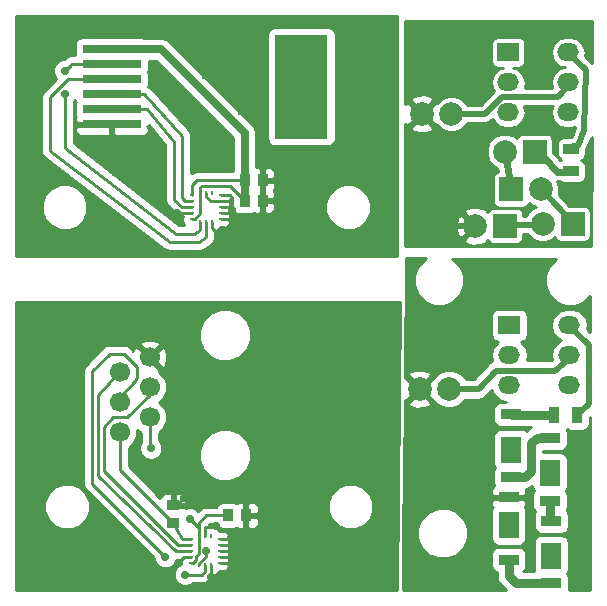
<source format=gtl>
G04 #@! TF.FileFunction,Copper,L1,Top,Signal*
%FSLAX46Y46*%
G04 Gerber Fmt 4.6, Leading zero omitted, Abs format (unit mm)*
G04 Created by KiCad (PCBNEW 4.0.2-stable) date 11/9/2016 4:35:35 PM*
%MOMM*%
G01*
G04 APERTURE LIST*
%ADD10C,0.150000*%
%ADD11C,0.600000*%
%ADD12R,5.000000X0.760000*%
%ADD13R,4.500000X8.800000*%
%ADD14R,0.899160X1.000760*%
%ADD15R,0.350000X0.250000*%
%ADD16R,0.250000X0.350000*%
%ADD17R,1.000760X0.899160*%
%ADD18C,1.700000*%
%ADD19C,2.000000*%
%ADD20R,2.000000X2.000000*%
%ADD21R,1.824000X1.524000*%
%ADD22O,1.824000X1.524000*%
%ADD23R,1.397000X0.889000*%
%ADD24R,0.889000X1.397000*%
%ADD25R,1.700000X0.900000*%
%ADD26R,1.700000X2.250000*%
%ADD27C,0.400000*%
%ADD28C,0.700000*%
%ADD29C,0.250000*%
%ADD30C,0.500000*%
%ADD31C,0.700000*%
%ADD32C,0.600000*%
%ADD33C,0.800000*%
%ADD34C,0.254000*%
G04 APERTURE END LIST*
D10*
D11*
X165800000Y-129500000D03*
X165800000Y-130500000D03*
X165800000Y-128400000D03*
X165800000Y-127400000D03*
X162800000Y-127400000D03*
X163800000Y-127400000D03*
X164800000Y-127400000D03*
X162800000Y-128400000D03*
X163800000Y-128400000D03*
X164800000Y-128400000D03*
X164800000Y-130500000D03*
X163800000Y-130500000D03*
X162800000Y-130500000D03*
X164800000Y-129500000D03*
X163800000Y-129500000D03*
X162800000Y-129500000D03*
X137300000Y-102500000D03*
X137300000Y-101500000D03*
X137300000Y-100500000D03*
X137300000Y-99500000D03*
X137300000Y-98500000D03*
X137300000Y-103500000D03*
X137300000Y-104500000D03*
X155500000Y-112500000D03*
X156500000Y-112500000D03*
X157500000Y-111500000D03*
X156500000Y-111500000D03*
X155500000Y-111500000D03*
X157500000Y-110500000D03*
X156500000Y-110500000D03*
X155500000Y-110500000D03*
X161500000Y-107500000D03*
X160500000Y-107500000D03*
X159500000Y-107500000D03*
X158500000Y-107500000D03*
X161500000Y-106500000D03*
X160500000Y-106500000D03*
X159500000Y-106500000D03*
X158500000Y-106500000D03*
X158500000Y-108500000D03*
X159500000Y-108500000D03*
X160500000Y-108500000D03*
X161500000Y-108500000D03*
X158500000Y-109500000D03*
X159500000Y-109500000D03*
X160500000Y-109500000D03*
X161500000Y-109500000D03*
X158500000Y-110500000D03*
X159500000Y-110500000D03*
X160500000Y-110500000D03*
X161500000Y-110500000D03*
X158500000Y-111500000D03*
X159500000Y-111500000D03*
X160500000Y-111500000D03*
X161500000Y-111500000D03*
D12*
X144000000Y-95425000D03*
X144000000Y-97965000D03*
X144000000Y-100505000D03*
X144000000Y-99235000D03*
X144000000Y-101775000D03*
X144000000Y-96695000D03*
D13*
X160050000Y-98600000D03*
D11*
X152800000Y-104200000D03*
X153800000Y-104200000D03*
X152600000Y-102600000D03*
X151600000Y-102600000D03*
X152400000Y-101400000D03*
X151400000Y-101400000D03*
X150000000Y-100000000D03*
X151000000Y-100000000D03*
X147600000Y-97200000D03*
X149600000Y-98600000D03*
X148600000Y-98600000D03*
X160900000Y-104500000D03*
X159900000Y-104500000D03*
X161900000Y-104500000D03*
X162900000Y-104500000D03*
X161900000Y-105500000D03*
X162900000Y-105500000D03*
X147200000Y-107800000D03*
X148200000Y-106300000D03*
X147200000Y-106300000D03*
X146200000Y-106300000D03*
X145200000Y-106300000D03*
X144300000Y-105900000D03*
X143200000Y-104900000D03*
X144200000Y-104900000D03*
X145200000Y-104900000D03*
X146200000Y-104900000D03*
X147200000Y-104900000D03*
X148200000Y-104900000D03*
X148200000Y-103500000D03*
X147200000Y-103500000D03*
X146200000Y-103500000D03*
X145200000Y-103500000D03*
X144200000Y-103500000D03*
X143200000Y-103500000D03*
X142200000Y-103500000D03*
X161500000Y-112500000D03*
X160500000Y-112500000D03*
X159500000Y-112500000D03*
X158500000Y-112500000D03*
X157500000Y-112500000D03*
X167900000Y-112500000D03*
X166900000Y-112500000D03*
X165900000Y-112500000D03*
X167900000Y-111500000D03*
X166900000Y-111500000D03*
X167900000Y-110500000D03*
X166900000Y-110500000D03*
X167900000Y-109500000D03*
X166900000Y-109500000D03*
X167900000Y-108500000D03*
X166900000Y-108500000D03*
X167900000Y-107500000D03*
X166900000Y-107500000D03*
X165900000Y-107500000D03*
X167900000Y-106500000D03*
X166900000Y-106500000D03*
X165900000Y-106500000D03*
X167900000Y-105500000D03*
X166900000Y-105500000D03*
X165900000Y-105500000D03*
X164900000Y-105500000D03*
X163900000Y-105500000D03*
X167900000Y-104500000D03*
X166900000Y-104500000D03*
X165900000Y-104500000D03*
X164900000Y-104500000D03*
X163900000Y-104500000D03*
X167900000Y-103500000D03*
X166900000Y-103500000D03*
X165900000Y-103500000D03*
X164900000Y-103500000D03*
X163900000Y-103500000D03*
X167900000Y-102500000D03*
X166900000Y-102500000D03*
X165900000Y-102500000D03*
X164900000Y-102500000D03*
X163900000Y-102500000D03*
X167900000Y-101500000D03*
X166900000Y-101500000D03*
X165900000Y-101500000D03*
X164900000Y-101500000D03*
X163900000Y-101500000D03*
X167900000Y-100500000D03*
X166900000Y-100500000D03*
X165900000Y-100500000D03*
X164900000Y-100500000D03*
X163900000Y-100500000D03*
X167900000Y-99500000D03*
X166900000Y-99500000D03*
X165900000Y-99500000D03*
X164900000Y-99500000D03*
X163900000Y-99500000D03*
X167900000Y-98500000D03*
X166900000Y-98500000D03*
X165900000Y-98500000D03*
X164900000Y-98500000D03*
X163900000Y-98500000D03*
X167900000Y-97500000D03*
X166900000Y-97500000D03*
X165900000Y-97500000D03*
X164900000Y-97500000D03*
X163900000Y-97500000D03*
X167900000Y-96500000D03*
X166900000Y-96500000D03*
X165900000Y-96500000D03*
X164900000Y-96500000D03*
X163900000Y-96500000D03*
X167900000Y-95500000D03*
X166900000Y-95500000D03*
X165900000Y-95500000D03*
X164900000Y-95500000D03*
X163900000Y-95500000D03*
X167900000Y-94500000D03*
X166900000Y-94500000D03*
X165900000Y-94500000D03*
X164900000Y-94500000D03*
X163900000Y-94500000D03*
X154900000Y-100700000D03*
X155900000Y-100700000D03*
X156900000Y-100700000D03*
X156900000Y-99200000D03*
X155900000Y-99200000D03*
X154900000Y-99200000D03*
X153900000Y-99200000D03*
X151900000Y-97700000D03*
X152900000Y-97700000D03*
X153900000Y-97700000D03*
X154900000Y-97700000D03*
X155900000Y-97700000D03*
X156900000Y-97700000D03*
X156900000Y-96100000D03*
X155900000Y-96100000D03*
X154900000Y-96100000D03*
X153900000Y-96100000D03*
X152900000Y-96100000D03*
X151900000Y-96100000D03*
X150900000Y-96100000D03*
X150900000Y-94600000D03*
X151900000Y-94600000D03*
X152900000Y-94600000D03*
X153900000Y-94600000D03*
X154900000Y-94600000D03*
X155900000Y-94600000D03*
X156900000Y-94600000D03*
X149900000Y-94600000D03*
X167900000Y-93300000D03*
X166900000Y-93300000D03*
X165900000Y-93300000D03*
X164900000Y-93300000D03*
X163900000Y-93300000D03*
X162900000Y-93300000D03*
X161900000Y-93300000D03*
X160900000Y-93300000D03*
X159900000Y-93300000D03*
X158900000Y-93300000D03*
X157900000Y-93300000D03*
X156900000Y-93300000D03*
X155900000Y-93300000D03*
X154900000Y-93300000D03*
X153900000Y-93300000D03*
X152900000Y-93300000D03*
X151900000Y-93300000D03*
X150900000Y-93300000D03*
X149900000Y-93300000D03*
X148900000Y-93300000D03*
X147900000Y-93300000D03*
X146900000Y-93300000D03*
X145900000Y-93300000D03*
X145600000Y-112600000D03*
X142600000Y-110500000D03*
X143600000Y-110500000D03*
X144600000Y-112600000D03*
X143600000Y-112600000D03*
X142600000Y-112600000D03*
X144600000Y-111600000D03*
X143600000Y-111600000D03*
X142600000Y-111600000D03*
X137400000Y-112500000D03*
X137400000Y-111500000D03*
X137400000Y-110500000D03*
X137400000Y-109500000D03*
X137400000Y-108500000D03*
X137400000Y-107500000D03*
X137400000Y-106500000D03*
X137400000Y-105500000D03*
X136300000Y-112500000D03*
X136300000Y-111500000D03*
X136300000Y-110500000D03*
X136300000Y-109500000D03*
X136300000Y-108500000D03*
X136300000Y-107500000D03*
X136300000Y-106500000D03*
X136300000Y-105500000D03*
X136300000Y-104500000D03*
X136300000Y-103500000D03*
X136300000Y-98500000D03*
X136300000Y-99500000D03*
X136300000Y-100500000D03*
X136300000Y-101500000D03*
X136300000Y-102500000D03*
X143600000Y-93300000D03*
X138300000Y-97300000D03*
X137300000Y-97300000D03*
X136300000Y-97300000D03*
X141300000Y-93300000D03*
X144900000Y-93300000D03*
X138300000Y-96300000D03*
X137300000Y-96300000D03*
X136300000Y-96300000D03*
X142400000Y-93300000D03*
X139300000Y-95300000D03*
X138300000Y-95300000D03*
X137300000Y-95300000D03*
X136300000Y-95300000D03*
X140300000Y-94300000D03*
X139300000Y-94300000D03*
X138300000Y-94300000D03*
X137300000Y-94300000D03*
X136300000Y-94300000D03*
X140300000Y-93300000D03*
X139300000Y-93300000D03*
X138300000Y-93300000D03*
X137300000Y-93300000D03*
X136300000Y-93300000D03*
D14*
X156751840Y-106500000D03*
X155248160Y-106500000D03*
X156751840Y-108250000D03*
X155248160Y-108250000D03*
D15*
X153225000Y-109800000D03*
X153225000Y-109300000D03*
D16*
X152500000Y-107575000D03*
D15*
X153225000Y-107800000D03*
X150775000Y-107800000D03*
X150775000Y-109800000D03*
X150775000Y-108300000D03*
D16*
X151500000Y-107575000D03*
D15*
X150775000Y-108800000D03*
X150775000Y-109300000D03*
X153225000Y-108300000D03*
X153225000Y-108800000D03*
D16*
X152000000Y-107575000D03*
X152000000Y-110025000D03*
X152500000Y-110025000D03*
X151500000Y-110025000D03*
D11*
X156700000Y-133400000D03*
X155700000Y-133400000D03*
X154700000Y-133400000D03*
X153700000Y-133400000D03*
X156700000Y-132400000D03*
X155700000Y-132400000D03*
X154700000Y-132400000D03*
X153700000Y-132400000D03*
X167800000Y-130500000D03*
X166800000Y-130500000D03*
X166800000Y-128500000D03*
X167800000Y-128500000D03*
X166800000Y-129500000D03*
X167800000Y-129500000D03*
X167800000Y-127400000D03*
X166800000Y-127400000D03*
X155700000Y-122200000D03*
X156700000Y-122200000D03*
X155700000Y-123200000D03*
X156700000Y-123200000D03*
X155700000Y-124200000D03*
X156700000Y-124200000D03*
X156700000Y-126300000D03*
X155700000Y-126300000D03*
X156700000Y-125300000D03*
X155700000Y-125300000D03*
X150600000Y-125300000D03*
X151600000Y-125300000D03*
X152600000Y-125300000D03*
X153600000Y-125300000D03*
X154600000Y-125300000D03*
X150600000Y-126300000D03*
X151600000Y-126300000D03*
X152600000Y-126300000D03*
X153600000Y-126300000D03*
X154600000Y-126300000D03*
X154600000Y-124200000D03*
X153600000Y-124200000D03*
X152600000Y-124200000D03*
X151600000Y-124200000D03*
X150600000Y-124200000D03*
X154600000Y-123200000D03*
X153600000Y-123200000D03*
X152600000Y-123200000D03*
X151600000Y-123200000D03*
X150600000Y-123200000D03*
X154600000Y-122200000D03*
X153600000Y-122200000D03*
X152600000Y-122200000D03*
X151600000Y-122200000D03*
X150600000Y-122200000D03*
X144500000Y-117200000D03*
X145500000Y-117200000D03*
X146500000Y-117200000D03*
X144500000Y-118200000D03*
X145500000Y-118200000D03*
X144500000Y-119200000D03*
X145500000Y-119200000D03*
X146500000Y-119200000D03*
X146500000Y-118200000D03*
X149500000Y-118200000D03*
X149500000Y-119200000D03*
X148500000Y-119200000D03*
X147500000Y-119200000D03*
X148500000Y-118200000D03*
X147500000Y-118200000D03*
X149500000Y-117200000D03*
X148500000Y-117200000D03*
X147500000Y-117200000D03*
X157700000Y-121200000D03*
X158700000Y-121200000D03*
X159700000Y-121200000D03*
X160700000Y-121200000D03*
X161700000Y-121200000D03*
X162800000Y-121200000D03*
X157700000Y-122200000D03*
X158700000Y-122200000D03*
X159700000Y-122200000D03*
X160700000Y-122200000D03*
X161700000Y-122200000D03*
X157700000Y-123200000D03*
X158700000Y-123200000D03*
X159700000Y-123200000D03*
X160700000Y-123200000D03*
X161700000Y-123200000D03*
X157700000Y-124200000D03*
X158700000Y-124200000D03*
X159700000Y-124200000D03*
X160700000Y-124200000D03*
X161700000Y-124200000D03*
X161700000Y-126300000D03*
X160700000Y-126300000D03*
X159700000Y-126300000D03*
X158700000Y-126300000D03*
X157700000Y-126300000D03*
X161700000Y-125300000D03*
X160700000Y-125300000D03*
X159700000Y-125300000D03*
X158700000Y-125300000D03*
X157700000Y-125300000D03*
X162800000Y-125300000D03*
X163800000Y-125300000D03*
X164800000Y-125300000D03*
X162800000Y-126300000D03*
X163800000Y-126300000D03*
X164800000Y-126300000D03*
X164800000Y-124200000D03*
X163800000Y-124200000D03*
X162800000Y-124200000D03*
X164800000Y-123200000D03*
X163800000Y-123200000D03*
X162800000Y-123200000D03*
X164800000Y-122200000D03*
X163800000Y-122200000D03*
X162800000Y-122200000D03*
X164800000Y-121200000D03*
X163800000Y-121200000D03*
X163800000Y-117200000D03*
X164800000Y-117200000D03*
X162800000Y-118200000D03*
X163800000Y-118200000D03*
X164800000Y-118200000D03*
X162800000Y-119200000D03*
X163800000Y-119200000D03*
X164800000Y-119200000D03*
X162800000Y-120200000D03*
X163800000Y-120200000D03*
X164800000Y-120200000D03*
X161700000Y-120200000D03*
X160700000Y-120200000D03*
X159700000Y-120200000D03*
X158700000Y-120200000D03*
X157700000Y-120200000D03*
X161700000Y-119200000D03*
X160700000Y-119200000D03*
X159700000Y-119200000D03*
X158700000Y-119200000D03*
X157700000Y-119200000D03*
X161700000Y-118200000D03*
X160700000Y-118200000D03*
X159700000Y-118200000D03*
X158700000Y-118200000D03*
X157700000Y-118200000D03*
X162800000Y-117200000D03*
X161700000Y-117200000D03*
X160700000Y-117200000D03*
X159700000Y-117200000D03*
X158700000Y-117200000D03*
X157700000Y-117200000D03*
X165800000Y-117200000D03*
X167800000Y-120200000D03*
X166800000Y-120200000D03*
X165800000Y-120200000D03*
X167800000Y-119200000D03*
X166800000Y-119200000D03*
X165800000Y-119200000D03*
X167800000Y-118200000D03*
X166800000Y-118200000D03*
X165800000Y-118200000D03*
X167800000Y-117200000D03*
X166800000Y-117200000D03*
X166800000Y-121200000D03*
X167800000Y-121200000D03*
X165800000Y-122200000D03*
X166800000Y-122200000D03*
X167800000Y-122200000D03*
X165800000Y-123200000D03*
X166800000Y-123200000D03*
X167800000Y-123200000D03*
X165800000Y-124200000D03*
X166800000Y-124200000D03*
X167800000Y-124200000D03*
X167800000Y-126300000D03*
X166800000Y-126300000D03*
X165800000Y-126300000D03*
X167800000Y-125300000D03*
X166800000Y-125300000D03*
X165800000Y-125300000D03*
X165800000Y-121200000D03*
X161700000Y-130400000D03*
X160700000Y-130400000D03*
X159700000Y-130400000D03*
X158700000Y-130400000D03*
X157700000Y-130400000D03*
X161700000Y-129400000D03*
X160700000Y-129400000D03*
X159700000Y-129400000D03*
X158700000Y-129400000D03*
X157700000Y-129400000D03*
X161700000Y-128400000D03*
X160700000Y-128400000D03*
X159700000Y-128400000D03*
X158700000Y-128400000D03*
X157700000Y-128400000D03*
X161700000Y-127400000D03*
X160700000Y-127400000D03*
X159700000Y-127400000D03*
X158700000Y-127400000D03*
X157700000Y-127400000D03*
X154800000Y-137400000D03*
X155800000Y-137400000D03*
X156800000Y-137400000D03*
X154800000Y-138400000D03*
X155800000Y-138400000D03*
X156800000Y-138400000D03*
X156800000Y-140500000D03*
X155800000Y-140500000D03*
X154800000Y-140500000D03*
X156800000Y-139500000D03*
X155800000Y-139500000D03*
X154800000Y-139500000D03*
X165800000Y-139500000D03*
X166800000Y-139500000D03*
X167800000Y-139500000D03*
X165800000Y-140500000D03*
X166800000Y-140500000D03*
X167800000Y-140500000D03*
X167800000Y-138400000D03*
X166800000Y-138400000D03*
X165800000Y-138400000D03*
X167800000Y-137400000D03*
X166800000Y-137400000D03*
X165800000Y-137400000D03*
X167800000Y-136400000D03*
X166800000Y-136400000D03*
X165800000Y-136400000D03*
X167800000Y-135400000D03*
X166800000Y-135400000D03*
X166800000Y-131500000D03*
X167800000Y-131500000D03*
X165800000Y-132400000D03*
X166800000Y-132400000D03*
X167800000Y-132400000D03*
X166800000Y-133400000D03*
X167800000Y-133400000D03*
X166800000Y-134400000D03*
X167800000Y-134400000D03*
X165800000Y-131500000D03*
X157700000Y-131400000D03*
X158700000Y-131400000D03*
X159700000Y-131400000D03*
X160700000Y-131400000D03*
X161700000Y-131400000D03*
X162800000Y-131500000D03*
X157700000Y-132400000D03*
X158700000Y-132400000D03*
X159700000Y-132400000D03*
X160700000Y-132400000D03*
X161700000Y-132400000D03*
X157700000Y-133400000D03*
X158700000Y-133400000D03*
X159700000Y-133400000D03*
X160700000Y-133400000D03*
X161700000Y-133400000D03*
X157700000Y-134400000D03*
X158700000Y-134400000D03*
X159700000Y-134400000D03*
X160700000Y-134400000D03*
X161700000Y-134400000D03*
X162800000Y-132400000D03*
X164800000Y-131500000D03*
X163800000Y-131500000D03*
X162800000Y-136400000D03*
X163800000Y-136400000D03*
X164800000Y-136400000D03*
X162800000Y-137400000D03*
X163800000Y-137400000D03*
X164800000Y-137400000D03*
X162800000Y-138400000D03*
X163800000Y-138400000D03*
X164800000Y-138400000D03*
X164800000Y-140500000D03*
X163800000Y-140500000D03*
X162800000Y-140500000D03*
X164800000Y-139500000D03*
X163800000Y-139500000D03*
X162800000Y-139500000D03*
X157700000Y-139500000D03*
X158700000Y-139500000D03*
X159700000Y-139500000D03*
X160700000Y-139500000D03*
X161700000Y-139500000D03*
X157700000Y-140500000D03*
X158700000Y-140500000D03*
X159700000Y-140500000D03*
X160700000Y-140500000D03*
X161700000Y-140500000D03*
X146800000Y-139500000D03*
X146800000Y-140500000D03*
X145800000Y-140500000D03*
X145800000Y-139500000D03*
X136500000Y-139500000D03*
X136500000Y-140500000D03*
X137600000Y-139500000D03*
X137600000Y-140500000D03*
X142800000Y-139500000D03*
X143800000Y-139500000D03*
X144800000Y-139500000D03*
X142800000Y-140500000D03*
X143800000Y-140500000D03*
X144800000Y-140500000D03*
X141800000Y-140500000D03*
X140800000Y-140500000D03*
X139800000Y-140500000D03*
X141800000Y-139500000D03*
X140800000Y-139500000D03*
X139800000Y-139500000D03*
X138700000Y-140500000D03*
X138700000Y-139500000D03*
X138700000Y-137400000D03*
X138700000Y-138400000D03*
X139800000Y-137400000D03*
X140800000Y-137400000D03*
X141800000Y-137400000D03*
X139800000Y-138400000D03*
X140800000Y-138400000D03*
X141800000Y-138400000D03*
X141800000Y-136300000D03*
X139800000Y-136300000D03*
X140800000Y-136300000D03*
X139800000Y-126500000D03*
X138900000Y-127300000D03*
X140800000Y-131400000D03*
X138700000Y-131400000D03*
X138700000Y-132400000D03*
X139700000Y-129400000D03*
X139800000Y-131400000D03*
X138600000Y-126500000D03*
X138800000Y-129400000D03*
X137600000Y-126500000D03*
X137600000Y-127500000D03*
X141500000Y-117200000D03*
X142500000Y-117200000D03*
X143500000Y-117200000D03*
X141500000Y-118200000D03*
X142500000Y-118200000D03*
X141500000Y-119200000D03*
X141500000Y-120200000D03*
X142500000Y-120200000D03*
X142500000Y-119200000D03*
X143500000Y-119200000D03*
X143500000Y-120200000D03*
X143500000Y-118200000D03*
X140500000Y-118200000D03*
X140500000Y-125400000D03*
X140500000Y-124400000D03*
X140500000Y-123400000D03*
X140500000Y-122400000D03*
X140500000Y-121400000D03*
X140500000Y-120200000D03*
X140500000Y-119200000D03*
X139500000Y-119200000D03*
X139500000Y-120200000D03*
X137500000Y-121400000D03*
X138500000Y-121400000D03*
X139500000Y-121400000D03*
X137500000Y-122400000D03*
X138500000Y-122400000D03*
X139500000Y-122400000D03*
X137500000Y-123400000D03*
X138500000Y-123400000D03*
X139500000Y-123400000D03*
X137500000Y-124400000D03*
X138500000Y-124400000D03*
X139500000Y-124400000D03*
X137500000Y-125400000D03*
X138500000Y-125400000D03*
X139500000Y-125400000D03*
X161700000Y-138400000D03*
X160700000Y-138400000D03*
X159700000Y-138400000D03*
X158700000Y-138400000D03*
X157700000Y-138400000D03*
X161700000Y-137400000D03*
X160700000Y-137400000D03*
X159700000Y-137400000D03*
X158700000Y-137400000D03*
X157700000Y-137400000D03*
X161700000Y-136400000D03*
X160700000Y-136400000D03*
X159700000Y-136400000D03*
X158700000Y-136400000D03*
X157700000Y-136400000D03*
X161700000Y-135400000D03*
X160700000Y-135400000D03*
X159700000Y-135400000D03*
X158700000Y-135400000D03*
X157700000Y-135400000D03*
X145800000Y-137400000D03*
X145800000Y-138400000D03*
X146800000Y-138400000D03*
X139800000Y-127300000D03*
X144800000Y-138400000D03*
X143800000Y-138400000D03*
X142800000Y-138400000D03*
X144800000Y-137400000D03*
X143800000Y-137400000D03*
X142800000Y-137400000D03*
X144800000Y-136400000D03*
X143800000Y-136400000D03*
X142800000Y-136400000D03*
X143800000Y-135400000D03*
X142800000Y-135400000D03*
X140700000Y-128500000D03*
X140800000Y-130400000D03*
X139700000Y-130400000D03*
X142800000Y-134400000D03*
X140700000Y-127300000D03*
X138800000Y-128400000D03*
X138700000Y-130400000D03*
X138700000Y-136400000D03*
X139800000Y-128400000D03*
X140800000Y-129400000D03*
X137600000Y-138400000D03*
X137600000Y-137400000D03*
X137600000Y-136400000D03*
X137600000Y-135400000D03*
X137600000Y-134400000D03*
X137600000Y-133400000D03*
X137600000Y-132400000D03*
X137600000Y-131400000D03*
X137600000Y-130400000D03*
X137600000Y-129400000D03*
X137600000Y-128400000D03*
X136500000Y-138400000D03*
X136500000Y-137400000D03*
X136500000Y-136400000D03*
X136500000Y-135400000D03*
X136500000Y-134400000D03*
X136500000Y-133400000D03*
X136500000Y-132400000D03*
X136500000Y-131400000D03*
X136500000Y-130400000D03*
X136500000Y-129400000D03*
X136500000Y-128400000D03*
X136500000Y-127400000D03*
X136500000Y-126400000D03*
X136500000Y-121400000D03*
X136500000Y-122400000D03*
X136500000Y-123400000D03*
X136500000Y-124400000D03*
X136500000Y-125400000D03*
X138500000Y-120200000D03*
X137500000Y-120200000D03*
X136500000Y-120200000D03*
X138500000Y-119200000D03*
X137500000Y-119200000D03*
X136500000Y-119200000D03*
X139500000Y-118200000D03*
X138500000Y-118200000D03*
X137500000Y-118200000D03*
X136500000Y-118200000D03*
X140500000Y-117200000D03*
X139500000Y-117200000D03*
X138500000Y-117200000D03*
X137500000Y-117200000D03*
X136500000Y-117200000D03*
D14*
X155351840Y-134900000D03*
X153848160Y-134900000D03*
D17*
X149200000Y-134048160D03*
X149200000Y-135551840D03*
D15*
X153125000Y-138900000D03*
X153125000Y-138400000D03*
D16*
X152400000Y-136675000D03*
D15*
X153125000Y-136900000D03*
X150675000Y-136900000D03*
X150675000Y-138900000D03*
X150675000Y-137400000D03*
D16*
X151400000Y-136675000D03*
D15*
X150675000Y-137900000D03*
X150675000Y-138400000D03*
X153125000Y-137400000D03*
X153125000Y-137900000D03*
D16*
X151900000Y-136675000D03*
X151900000Y-139125000D03*
X152400000Y-139125000D03*
X151400000Y-139125000D03*
D18*
X144660000Y-127875000D03*
X144660000Y-125335000D03*
X144660000Y-122795000D03*
X147200000Y-124065000D03*
X147200000Y-121525000D03*
X147200000Y-126605000D03*
D19*
X170250000Y-100900000D03*
X172750000Y-100900000D03*
D20*
X177800000Y-107300000D03*
D19*
X180340000Y-107300000D03*
D20*
X183000000Y-110200000D03*
D19*
X180460000Y-110200000D03*
D20*
X177300000Y-110400000D03*
D19*
X174760000Y-110400000D03*
D21*
X177560000Y-95700000D03*
D22*
X182640000Y-95700000D03*
X177560000Y-98240000D03*
X182640000Y-98240000D03*
X177560000Y-100780000D03*
X182640000Y-100780000D03*
D20*
X179800000Y-104100000D03*
D19*
X177260000Y-104100000D03*
D23*
X182900000Y-105752500D03*
X182900000Y-103847500D03*
D19*
X170050000Y-124200000D03*
X172550000Y-124200000D03*
D21*
X177660000Y-118800000D03*
D22*
X182740000Y-118800000D03*
X177660000Y-121340000D03*
X182740000Y-121340000D03*
X177660000Y-123880000D03*
X182740000Y-123880000D03*
D24*
X181447500Y-126400000D03*
X183352500Y-126400000D03*
D25*
X177600000Y-138650000D03*
X177600000Y-133350000D03*
D26*
X177600000Y-135680000D03*
D27*
X177200000Y-136400000D03*
X177200000Y-135700000D03*
X177200000Y-135000000D03*
X178000000Y-136400000D03*
X178000000Y-135700000D03*
X178000000Y-135000000D03*
D25*
X181200000Y-135350000D03*
X181200000Y-140650000D03*
D26*
X181200000Y-138320000D03*
D27*
X181600000Y-137600000D03*
X181600000Y-138300000D03*
X181600000Y-139000000D03*
X180800000Y-137600000D03*
X180800000Y-138300000D03*
X180800000Y-139000000D03*
D25*
X181100000Y-128350000D03*
X181100000Y-133650000D03*
D26*
X181100000Y-131320000D03*
D27*
X181500000Y-130600000D03*
X181500000Y-131300000D03*
X181500000Y-132000000D03*
X180700000Y-130600000D03*
X180700000Y-131300000D03*
X180700000Y-132000000D03*
D25*
X177800000Y-126350000D03*
X177800000Y-131650000D03*
D26*
X177800000Y-129320000D03*
D27*
X178200000Y-128600000D03*
X178200000Y-129300000D03*
X178200000Y-130000000D03*
X177400000Y-128600000D03*
X177400000Y-129300000D03*
X177400000Y-130000000D03*
D28*
X149500000Y-109300000D03*
X154200000Y-109000000D03*
X154300000Y-110000000D03*
X153000000Y-111100000D03*
X148300000Y-140200000D03*
X150100000Y-133400000D03*
X152400000Y-140100000D03*
X154200000Y-139200000D03*
X154200000Y-138100000D03*
X154100000Y-136900000D03*
X152800000Y-135800000D03*
D11*
X172600000Y-110400000D03*
D28*
X150600000Y-135200000D03*
X150200000Y-139900000D03*
X148500000Y-138400000D03*
X140000000Y-97250000D03*
X140000000Y-99250000D03*
X147300000Y-129200000D03*
X152000000Y-137900000D03*
D29*
X150775000Y-109300000D02*
X149500000Y-109300000D01*
X152000000Y-107575000D02*
X152000000Y-107900000D01*
X152400000Y-108300000D02*
X153225000Y-108300000D01*
X152000000Y-107900000D02*
X152400000Y-108300000D01*
X153225000Y-107800000D02*
X154000000Y-107800000D01*
X154200000Y-108000000D02*
X154200000Y-109000000D01*
X154000000Y-107800000D02*
X154200000Y-108000000D01*
X153225000Y-108300000D02*
X153900000Y-108300000D01*
X154200000Y-108600000D02*
X154200000Y-109000000D01*
X153900000Y-108300000D02*
X154200000Y-108600000D01*
X153225000Y-108800000D02*
X154000000Y-108800000D01*
X153900000Y-109300000D02*
X154200000Y-109000000D01*
X153900000Y-109300000D02*
X153225000Y-109300000D01*
X154000000Y-108800000D02*
X154200000Y-109000000D01*
X153225000Y-109800000D02*
X154100000Y-109800000D01*
X154100000Y-109800000D02*
X154300000Y-110000000D01*
X152500000Y-110025000D02*
X152500000Y-110600000D01*
X152500000Y-110600000D02*
X153000000Y-111100000D01*
X144000000Y-101775000D02*
X142025000Y-101775000D01*
X142025000Y-101775000D02*
X141900000Y-101900000D01*
X150675000Y-138400000D02*
X150100000Y-138400000D01*
X150100000Y-138400000D02*
X148300000Y-140200000D01*
X149200000Y-134048160D02*
X149451840Y-134048160D01*
X149451840Y-134048160D02*
X150100000Y-133400000D01*
X152400000Y-139125000D02*
X152400000Y-140100000D01*
X153125000Y-138900000D02*
X153900000Y-138900000D01*
X153900000Y-138900000D02*
X154200000Y-139200000D01*
X153125000Y-138400000D02*
X153900000Y-138400000D01*
X154000000Y-137900000D02*
X154200000Y-138100000D01*
X154000000Y-137900000D02*
X153125000Y-137900000D01*
X153900000Y-138400000D02*
X154200000Y-138100000D01*
X153125000Y-137400000D02*
X153900000Y-137400000D01*
X154100000Y-136900000D02*
X153125000Y-136900000D01*
X154100000Y-137200000D02*
X154100000Y-136900000D01*
X153900000Y-137400000D02*
X154100000Y-137200000D01*
X151900000Y-136675000D02*
X151900000Y-135900000D01*
X151900000Y-135900000D02*
X152800000Y-135800000D01*
D30*
X174760000Y-110400000D02*
X172600000Y-110400000D01*
D29*
X149950000Y-107200000D02*
X149950000Y-108050000D01*
X149950000Y-107200000D02*
X149950000Y-102750000D01*
X149950000Y-102750000D02*
X146735000Y-99235000D01*
X144000000Y-99235000D02*
X146735000Y-99235000D01*
X150200000Y-108300000D02*
X150775000Y-108300000D01*
X149950000Y-108050000D02*
X150200000Y-108300000D01*
X147200000Y-124065000D02*
X147200000Y-124700000D01*
X147200000Y-124700000D02*
X145300000Y-126600000D01*
X149600000Y-137400000D02*
X150675000Y-137400000D01*
X143300000Y-131100000D02*
X149600000Y-137400000D01*
X143300000Y-127400000D02*
X143300000Y-131100000D01*
X144100000Y-126600000D02*
X143300000Y-127400000D01*
X145300000Y-126600000D02*
X144100000Y-126600000D01*
X147200000Y-124065000D02*
X147200000Y-124500000D01*
X147200000Y-124065000D02*
X147200000Y-123500000D01*
X147200000Y-124065000D02*
X147665000Y-124065000D01*
X149250000Y-107300000D02*
X149250000Y-108150000D01*
X147005000Y-100505000D02*
X149250000Y-103250000D01*
X149250000Y-103250000D02*
X149250000Y-107300000D01*
X144000000Y-100505000D02*
X147005000Y-100505000D01*
X149900000Y-108800000D02*
X150775000Y-108800000D01*
X149250000Y-108150000D02*
X149900000Y-108800000D01*
X144660000Y-122795000D02*
X144605000Y-122795000D01*
X144605000Y-122795000D02*
X142800000Y-124700000D01*
X142800000Y-124700000D02*
X142800000Y-131600000D01*
X142800000Y-131600000D02*
X149400000Y-137900000D01*
X149400000Y-137900000D02*
X150675000Y-137900000D01*
X150775000Y-109800000D02*
X151000000Y-109800000D01*
X151500000Y-109300000D02*
X151500000Y-107575000D01*
X151000000Y-109800000D02*
X151500000Y-109300000D01*
X151500000Y-107575000D02*
X151500000Y-107100000D01*
X154000000Y-107000000D02*
X155248160Y-108248160D01*
X151600000Y-107000000D02*
X154000000Y-107000000D01*
X151500000Y-107100000D02*
X151600000Y-107000000D01*
X155248160Y-108248160D02*
X155248160Y-108250000D01*
X150775000Y-107800000D02*
X150775000Y-106925000D01*
X151200000Y-106500000D02*
X155248160Y-106500000D01*
X150775000Y-106925000D02*
X151200000Y-106500000D01*
D31*
X155248160Y-106500000D02*
X155248160Y-108250000D01*
X144000000Y-95425000D02*
X148175000Y-95425000D01*
X155248160Y-102498160D02*
X155248160Y-106500000D01*
X148175000Y-95425000D02*
X155248160Y-102498160D01*
D29*
X144175000Y-95600000D02*
X144000000Y-95425000D01*
X151400000Y-136675000D02*
X151400000Y-136000000D01*
X151400000Y-136000000D02*
X150600000Y-135200000D01*
X150600000Y-135200000D02*
X151300000Y-135900000D01*
X144660000Y-127875000D02*
X144660000Y-131011840D01*
X144660000Y-131011840D02*
X149200000Y-135551840D01*
X150675000Y-138900000D02*
X150883972Y-138900000D01*
X151400000Y-138100000D02*
X151400000Y-136675000D01*
X151100000Y-138400000D02*
X151400000Y-138100000D01*
X151100000Y-138683972D02*
X151100000Y-138400000D01*
X150883972Y-138900000D02*
X151100000Y-138683972D01*
X151400000Y-136675000D02*
X151400000Y-135500000D01*
X152000000Y-134900000D02*
X153848160Y-134900000D01*
X151400000Y-135500000D02*
X152000000Y-134900000D01*
X150675000Y-136900000D02*
X149900000Y-136900000D01*
X149900000Y-136900000D02*
X149200000Y-135551840D01*
X152000000Y-110025000D02*
X152000000Y-111300000D01*
X140285000Y-97965000D02*
X144000000Y-97965000D01*
X138750000Y-99500000D02*
X140285000Y-97965000D01*
X138750000Y-104000000D02*
X138750000Y-99500000D01*
X148900000Y-111750000D02*
X138750000Y-104000000D01*
X151400000Y-111750000D02*
X148900000Y-111750000D01*
X152000000Y-111300000D02*
X151400000Y-111750000D01*
X142300000Y-132200000D02*
X148500000Y-138400000D01*
X145900000Y-123600000D02*
X146050000Y-123450000D01*
X146050000Y-123450000D02*
X146100000Y-123100000D01*
X146100000Y-123100000D02*
X146100000Y-122300000D01*
X146100000Y-122300000D02*
X145000000Y-121200000D01*
X145000000Y-121200000D02*
X143800000Y-121200000D01*
X143800000Y-121200000D02*
X142300000Y-122700000D01*
X142300000Y-122700000D02*
X142300000Y-132200000D01*
X144660000Y-124840000D02*
X145900000Y-123600000D01*
X151900000Y-139125000D02*
X151900000Y-139600000D01*
X151900000Y-139600000D02*
X151600000Y-139900000D01*
X151600000Y-139900000D02*
X150200000Y-139900000D01*
X150200000Y-139900000D02*
X150061806Y-139900000D01*
X144660000Y-125335000D02*
X144660000Y-124840000D01*
X144660000Y-125335000D02*
X144660000Y-125660000D01*
X144000000Y-96695000D02*
X140555000Y-96695000D01*
X140555000Y-96695000D02*
X140500000Y-96750000D01*
X151500000Y-110025000D02*
X151500000Y-110700000D01*
X140000000Y-97250000D02*
X140500000Y-96750000D01*
X140000000Y-103750000D02*
X140000000Y-99250000D01*
X149450000Y-111100000D02*
X140000000Y-103750000D01*
X150950000Y-111100000D02*
X149450000Y-111100000D01*
X151500000Y-110700000D02*
X150950000Y-111100000D01*
X151400000Y-139125000D02*
X151400000Y-138900000D01*
X151400000Y-138900000D02*
X152000000Y-138400000D01*
X152000000Y-138400000D02*
X152000000Y-137900000D01*
X147200000Y-129100000D02*
X147200000Y-126605000D01*
X147300000Y-129200000D02*
X147200000Y-129100000D01*
D32*
X177260000Y-104100000D02*
X177760000Y-107260000D01*
X177760000Y-107260000D02*
X177800000Y-107300000D01*
D33*
X177800000Y-131650000D02*
X178950000Y-131650000D01*
X179950000Y-128350000D02*
X181100000Y-128350000D01*
X179500000Y-128800000D02*
X179950000Y-128350000D01*
X179500000Y-131100000D02*
X179500000Y-128800000D01*
X178950000Y-131650000D02*
X179500000Y-131100000D01*
D32*
X182900000Y-105752500D02*
X181700000Y-105800000D01*
X181700000Y-105800000D02*
X180000000Y-103900000D01*
X180000000Y-103900000D02*
X179800000Y-104100000D01*
D33*
X181447500Y-126400000D02*
X177850000Y-126400000D01*
X177850000Y-126400000D02*
X177800000Y-126350000D01*
D30*
X182640000Y-95700000D02*
X182640000Y-95740000D01*
X182640000Y-95740000D02*
X184100000Y-97200000D01*
X184100000Y-97200000D02*
X184000000Y-102300000D01*
X184000000Y-102300000D02*
X183450000Y-103600000D01*
X183450000Y-103600000D02*
X182500000Y-103700000D01*
X182500000Y-103700000D02*
X182900000Y-103847500D01*
X182740000Y-118800000D02*
X182740000Y-118840000D01*
X182740000Y-118840000D02*
X184400000Y-120500000D01*
X184400000Y-120500000D02*
X184400000Y-124600000D01*
X184400000Y-124600000D02*
X184400000Y-125500000D01*
X184400000Y-125500000D02*
X183352500Y-126400000D01*
X172750000Y-100900000D02*
X175550000Y-100900000D01*
X182960000Y-98240000D02*
X182640000Y-98240000D01*
X181750000Y-99450000D02*
X182960000Y-98240000D01*
X177000000Y-99450000D02*
X181750000Y-99450000D01*
X175550000Y-100900000D02*
X177000000Y-99450000D01*
X172550000Y-124200000D02*
X175050000Y-124200000D01*
X182760000Y-121540000D02*
X182740000Y-121340000D01*
X181550000Y-122650000D02*
X182760000Y-121540000D01*
X176500000Y-122650000D02*
X181550000Y-122650000D01*
X175050000Y-124200000D02*
X176500000Y-122650000D01*
X180340000Y-107300000D02*
X183040000Y-110160000D01*
X183040000Y-110160000D02*
X183000000Y-110200000D01*
D33*
X181100000Y-133650000D02*
X181100000Y-135250000D01*
X181100000Y-135250000D02*
X181200000Y-135350000D01*
D30*
X180460000Y-110200000D02*
X177300000Y-110400000D01*
D33*
X177600000Y-138650000D02*
X177600000Y-140000000D01*
X178250000Y-140650000D02*
X181200000Y-140650000D01*
X177600000Y-140000000D02*
X178250000Y-140650000D01*
D34*
G36*
X168173000Y-112973000D02*
X135877000Y-112973000D01*
X135877000Y-109181622D01*
X138072666Y-109181622D01*
X138365416Y-109890132D01*
X138907017Y-110432678D01*
X139615014Y-110726665D01*
X140381622Y-110727334D01*
X141090132Y-110434584D01*
X141632678Y-109892983D01*
X141926665Y-109184986D01*
X141927334Y-108418378D01*
X141634584Y-107709868D01*
X141092983Y-107167322D01*
X140384986Y-106873335D01*
X139618378Y-106872666D01*
X138909868Y-107165416D01*
X138367322Y-107707017D01*
X138073335Y-108415014D01*
X138072666Y-109181622D01*
X135877000Y-109181622D01*
X135877000Y-99500000D01*
X137998000Y-99500000D01*
X137998000Y-104000000D01*
X138007853Y-104049533D01*
X138004670Y-104099933D01*
X138036225Y-104192168D01*
X138055243Y-104287778D01*
X138083300Y-104329768D01*
X138099647Y-104377551D01*
X138164098Y-104450691D01*
X138218256Y-104531744D01*
X138260246Y-104559801D01*
X138293635Y-104597691D01*
X148443635Y-112347691D01*
X148531168Y-112390598D01*
X148612222Y-112444757D01*
X148661754Y-112454610D01*
X148707101Y-112476838D01*
X148804389Y-112482982D01*
X148900000Y-112502000D01*
X151400000Y-112502000D01*
X151492482Y-112483604D01*
X151586632Y-112478472D01*
X151635079Y-112455240D01*
X151687778Y-112444757D01*
X151766178Y-112392372D01*
X151851200Y-112351600D01*
X152451200Y-111901600D01*
X152487070Y-111861594D01*
X152531744Y-111831744D01*
X152584128Y-111753346D01*
X152647077Y-111683139D01*
X152664907Y-111632452D01*
X152694757Y-111587778D01*
X152713152Y-111495300D01*
X152744442Y-111406349D01*
X152741518Y-111352698D01*
X152752000Y-111300000D01*
X152752000Y-110834714D01*
X152984699Y-110738327D01*
X153163327Y-110559698D01*
X153197582Y-110477000D01*
X153388250Y-110477000D01*
X153471250Y-110560000D01*
X153526310Y-110560000D01*
X153759699Y-110463327D01*
X153938327Y-110284698D01*
X154035000Y-110051309D01*
X154035000Y-110021250D01*
X153876250Y-109862500D01*
X153860525Y-109862500D01*
X153938327Y-109784698D01*
X154015596Y-109598154D01*
X154035000Y-109578750D01*
X154035000Y-109521250D01*
X154015596Y-109501846D01*
X153938327Y-109315302D01*
X153923025Y-109300000D01*
X153938327Y-109284698D01*
X154015596Y-109098154D01*
X154035000Y-109078750D01*
X154035000Y-109021250D01*
X154015596Y-109001846D01*
X153938327Y-108815302D01*
X153923025Y-108800000D01*
X153938327Y-108784698D01*
X154015596Y-108598154D01*
X154035000Y-108578750D01*
X154035000Y-108521250D01*
X154015596Y-108501846D01*
X153938327Y-108315302D01*
X153923025Y-108300000D01*
X153938327Y-108284698D01*
X154015596Y-108098154D01*
X154025131Y-108088619D01*
X154159297Y-108222785D01*
X154159297Y-108750380D01*
X154203017Y-108982732D01*
X154340337Y-109196133D01*
X154549863Y-109339297D01*
X154798580Y-109389663D01*
X155697740Y-109389663D01*
X155930092Y-109345943D01*
X155989089Y-109307979D01*
X156175951Y-109385380D01*
X156466090Y-109385380D01*
X156624840Y-109226630D01*
X156624840Y-108377000D01*
X156878840Y-108377000D01*
X156878840Y-109226630D01*
X157037590Y-109385380D01*
X157327729Y-109385380D01*
X157561118Y-109288707D01*
X157668203Y-109181622D01*
X162072666Y-109181622D01*
X162365416Y-109890132D01*
X162907017Y-110432678D01*
X163615014Y-110726665D01*
X164381622Y-110727334D01*
X165090132Y-110434584D01*
X165632678Y-109892983D01*
X165926665Y-109184986D01*
X165927334Y-108418378D01*
X165634584Y-107709868D01*
X165092983Y-107167322D01*
X164384986Y-106873335D01*
X163618378Y-106872666D01*
X162909868Y-107165416D01*
X162367322Y-107707017D01*
X162073335Y-108415014D01*
X162072666Y-109181622D01*
X157668203Y-109181622D01*
X157739747Y-109110079D01*
X157836420Y-108876690D01*
X157836420Y-108535750D01*
X157677670Y-108377000D01*
X156878840Y-108377000D01*
X156624840Y-108377000D01*
X156604840Y-108377000D01*
X156604840Y-108123000D01*
X156624840Y-108123000D01*
X156624840Y-106627000D01*
X156878840Y-106627000D01*
X156878840Y-108123000D01*
X157677670Y-108123000D01*
X157836420Y-107964250D01*
X157836420Y-107623310D01*
X157739747Y-107389921D01*
X157724826Y-107375000D01*
X157739747Y-107360079D01*
X157836420Y-107126690D01*
X157836420Y-106785750D01*
X157677670Y-106627000D01*
X156878840Y-106627000D01*
X156624840Y-106627000D01*
X156604840Y-106627000D01*
X156604840Y-106373000D01*
X156624840Y-106373000D01*
X156624840Y-105523370D01*
X156878840Y-105523370D01*
X156878840Y-106373000D01*
X157677670Y-106373000D01*
X157836420Y-106214250D01*
X157836420Y-105873310D01*
X157739747Y-105639921D01*
X157561118Y-105461293D01*
X157327729Y-105364620D01*
X157037590Y-105364620D01*
X156878840Y-105523370D01*
X156624840Y-105523370D01*
X156466090Y-105364620D01*
X156225160Y-105364620D01*
X156225160Y-102498160D01*
X156150790Y-102124278D01*
X155939003Y-101807317D01*
X148865843Y-94734157D01*
X148663936Y-94599247D01*
X148548882Y-94522370D01*
X148175000Y-94448000D01*
X146708802Y-94448000D01*
X146500000Y-94405717D01*
X141500000Y-94405717D01*
X141267648Y-94449437D01*
X141054247Y-94586757D01*
X140911083Y-94796283D01*
X140860717Y-95045000D01*
X140860717Y-95805000D01*
X140886683Y-95943000D01*
X140555000Y-95943000D01*
X140267222Y-96000243D01*
X140094215Y-96115843D01*
X140023256Y-96163256D01*
X139913588Y-96272924D01*
X139806515Y-96272830D01*
X139447297Y-96421256D01*
X139172222Y-96695851D01*
X139023170Y-97054810D01*
X139022830Y-97443485D01*
X139171256Y-97802703D01*
X139277440Y-97909072D01*
X138218256Y-98968256D01*
X138055243Y-99212222D01*
X137998000Y-99500000D01*
X135877000Y-99500000D01*
X135877000Y-94200000D01*
X157160717Y-94200000D01*
X157160717Y-103000000D01*
X157204437Y-103232352D01*
X157341757Y-103445753D01*
X157551283Y-103588917D01*
X157800000Y-103639283D01*
X162300000Y-103639283D01*
X162532352Y-103595563D01*
X162745753Y-103458243D01*
X162888917Y-103248717D01*
X162939283Y-103000000D01*
X162939283Y-94200000D01*
X162895563Y-93967648D01*
X162758243Y-93754247D01*
X162548717Y-93611083D01*
X162300000Y-93560717D01*
X157800000Y-93560717D01*
X157567648Y-93604437D01*
X157354247Y-93741757D01*
X157211083Y-93951283D01*
X157160717Y-94200000D01*
X135877000Y-94200000D01*
X135877000Y-92577000D01*
X168173000Y-92577000D01*
X168173000Y-112973000D01*
X168173000Y-112973000D01*
G37*
X168173000Y-112973000D02*
X135877000Y-112973000D01*
X135877000Y-109181622D01*
X138072666Y-109181622D01*
X138365416Y-109890132D01*
X138907017Y-110432678D01*
X139615014Y-110726665D01*
X140381622Y-110727334D01*
X141090132Y-110434584D01*
X141632678Y-109892983D01*
X141926665Y-109184986D01*
X141927334Y-108418378D01*
X141634584Y-107709868D01*
X141092983Y-107167322D01*
X140384986Y-106873335D01*
X139618378Y-106872666D01*
X138909868Y-107165416D01*
X138367322Y-107707017D01*
X138073335Y-108415014D01*
X138072666Y-109181622D01*
X135877000Y-109181622D01*
X135877000Y-99500000D01*
X137998000Y-99500000D01*
X137998000Y-104000000D01*
X138007853Y-104049533D01*
X138004670Y-104099933D01*
X138036225Y-104192168D01*
X138055243Y-104287778D01*
X138083300Y-104329768D01*
X138099647Y-104377551D01*
X138164098Y-104450691D01*
X138218256Y-104531744D01*
X138260246Y-104559801D01*
X138293635Y-104597691D01*
X148443635Y-112347691D01*
X148531168Y-112390598D01*
X148612222Y-112444757D01*
X148661754Y-112454610D01*
X148707101Y-112476838D01*
X148804389Y-112482982D01*
X148900000Y-112502000D01*
X151400000Y-112502000D01*
X151492482Y-112483604D01*
X151586632Y-112478472D01*
X151635079Y-112455240D01*
X151687778Y-112444757D01*
X151766178Y-112392372D01*
X151851200Y-112351600D01*
X152451200Y-111901600D01*
X152487070Y-111861594D01*
X152531744Y-111831744D01*
X152584128Y-111753346D01*
X152647077Y-111683139D01*
X152664907Y-111632452D01*
X152694757Y-111587778D01*
X152713152Y-111495300D01*
X152744442Y-111406349D01*
X152741518Y-111352698D01*
X152752000Y-111300000D01*
X152752000Y-110834714D01*
X152984699Y-110738327D01*
X153163327Y-110559698D01*
X153197582Y-110477000D01*
X153388250Y-110477000D01*
X153471250Y-110560000D01*
X153526310Y-110560000D01*
X153759699Y-110463327D01*
X153938327Y-110284698D01*
X154035000Y-110051309D01*
X154035000Y-110021250D01*
X153876250Y-109862500D01*
X153860525Y-109862500D01*
X153938327Y-109784698D01*
X154015596Y-109598154D01*
X154035000Y-109578750D01*
X154035000Y-109521250D01*
X154015596Y-109501846D01*
X153938327Y-109315302D01*
X153923025Y-109300000D01*
X153938327Y-109284698D01*
X154015596Y-109098154D01*
X154035000Y-109078750D01*
X154035000Y-109021250D01*
X154015596Y-109001846D01*
X153938327Y-108815302D01*
X153923025Y-108800000D01*
X153938327Y-108784698D01*
X154015596Y-108598154D01*
X154035000Y-108578750D01*
X154035000Y-108521250D01*
X154015596Y-108501846D01*
X153938327Y-108315302D01*
X153923025Y-108300000D01*
X153938327Y-108284698D01*
X154015596Y-108098154D01*
X154025131Y-108088619D01*
X154159297Y-108222785D01*
X154159297Y-108750380D01*
X154203017Y-108982732D01*
X154340337Y-109196133D01*
X154549863Y-109339297D01*
X154798580Y-109389663D01*
X155697740Y-109389663D01*
X155930092Y-109345943D01*
X155989089Y-109307979D01*
X156175951Y-109385380D01*
X156466090Y-109385380D01*
X156624840Y-109226630D01*
X156624840Y-108377000D01*
X156878840Y-108377000D01*
X156878840Y-109226630D01*
X157037590Y-109385380D01*
X157327729Y-109385380D01*
X157561118Y-109288707D01*
X157668203Y-109181622D01*
X162072666Y-109181622D01*
X162365416Y-109890132D01*
X162907017Y-110432678D01*
X163615014Y-110726665D01*
X164381622Y-110727334D01*
X165090132Y-110434584D01*
X165632678Y-109892983D01*
X165926665Y-109184986D01*
X165927334Y-108418378D01*
X165634584Y-107709868D01*
X165092983Y-107167322D01*
X164384986Y-106873335D01*
X163618378Y-106872666D01*
X162909868Y-107165416D01*
X162367322Y-107707017D01*
X162073335Y-108415014D01*
X162072666Y-109181622D01*
X157668203Y-109181622D01*
X157739747Y-109110079D01*
X157836420Y-108876690D01*
X157836420Y-108535750D01*
X157677670Y-108377000D01*
X156878840Y-108377000D01*
X156624840Y-108377000D01*
X156604840Y-108377000D01*
X156604840Y-108123000D01*
X156624840Y-108123000D01*
X156624840Y-106627000D01*
X156878840Y-106627000D01*
X156878840Y-108123000D01*
X157677670Y-108123000D01*
X157836420Y-107964250D01*
X157836420Y-107623310D01*
X157739747Y-107389921D01*
X157724826Y-107375000D01*
X157739747Y-107360079D01*
X157836420Y-107126690D01*
X157836420Y-106785750D01*
X157677670Y-106627000D01*
X156878840Y-106627000D01*
X156624840Y-106627000D01*
X156604840Y-106627000D01*
X156604840Y-106373000D01*
X156624840Y-106373000D01*
X156624840Y-105523370D01*
X156878840Y-105523370D01*
X156878840Y-106373000D01*
X157677670Y-106373000D01*
X157836420Y-106214250D01*
X157836420Y-105873310D01*
X157739747Y-105639921D01*
X157561118Y-105461293D01*
X157327729Y-105364620D01*
X157037590Y-105364620D01*
X156878840Y-105523370D01*
X156624840Y-105523370D01*
X156466090Y-105364620D01*
X156225160Y-105364620D01*
X156225160Y-102498160D01*
X156150790Y-102124278D01*
X155939003Y-101807317D01*
X148865843Y-94734157D01*
X148663936Y-94599247D01*
X148548882Y-94522370D01*
X148175000Y-94448000D01*
X146708802Y-94448000D01*
X146500000Y-94405717D01*
X141500000Y-94405717D01*
X141267648Y-94449437D01*
X141054247Y-94586757D01*
X140911083Y-94796283D01*
X140860717Y-95045000D01*
X140860717Y-95805000D01*
X140886683Y-95943000D01*
X140555000Y-95943000D01*
X140267222Y-96000243D01*
X140094215Y-96115843D01*
X140023256Y-96163256D01*
X139913588Y-96272924D01*
X139806515Y-96272830D01*
X139447297Y-96421256D01*
X139172222Y-96695851D01*
X139023170Y-97054810D01*
X139022830Y-97443485D01*
X139171256Y-97802703D01*
X139277440Y-97909072D01*
X138218256Y-98968256D01*
X138055243Y-99212222D01*
X137998000Y-99500000D01*
X135877000Y-99500000D01*
X135877000Y-94200000D01*
X157160717Y-94200000D01*
X157160717Y-103000000D01*
X157204437Y-103232352D01*
X157341757Y-103445753D01*
X157551283Y-103588917D01*
X157800000Y-103639283D01*
X162300000Y-103639283D01*
X162532352Y-103595563D01*
X162745753Y-103458243D01*
X162888917Y-103248717D01*
X162939283Y-103000000D01*
X162939283Y-94200000D01*
X162895563Y-93967648D01*
X162758243Y-93754247D01*
X162548717Y-93611083D01*
X162300000Y-93560717D01*
X157800000Y-93560717D01*
X157567648Y-93604437D01*
X157354247Y-93741757D01*
X157211083Y-93951283D01*
X157160717Y-94200000D01*
X135877000Y-94200000D01*
X135877000Y-92577000D01*
X168173000Y-92577000D01*
X168173000Y-112973000D01*
G36*
X140904437Y-99847352D02*
X140917248Y-99867261D01*
X140911083Y-99876283D01*
X140860717Y-100125000D01*
X140860717Y-100885000D01*
X140904437Y-101117352D01*
X140918582Y-101139333D01*
X140865000Y-101268691D01*
X140865000Y-101489250D01*
X141023750Y-101648000D01*
X143873000Y-101648000D01*
X143873000Y-101628000D01*
X144127000Y-101628000D01*
X144127000Y-101648000D01*
X144147000Y-101648000D01*
X144147000Y-101902000D01*
X144127000Y-101902000D01*
X144127000Y-102631250D01*
X144285750Y-102790000D01*
X146626310Y-102790000D01*
X146859699Y-102693327D01*
X147038327Y-102514698D01*
X147135000Y-102281309D01*
X147135000Y-102060750D01*
X146976252Y-101902002D01*
X147135000Y-101902002D01*
X147135000Y-101851788D01*
X148498000Y-103518353D01*
X148498000Y-108150000D01*
X148555243Y-108437778D01*
X148718256Y-108681744D01*
X149368256Y-109331744D01*
X149612222Y-109494757D01*
X149900000Y-109552000D01*
X149965286Y-109552000D01*
X149978947Y-109584979D01*
X149960717Y-109675000D01*
X149960717Y-109925000D01*
X150004437Y-110157352D01*
X150127116Y-110348000D01*
X149708017Y-110348000D01*
X140752000Y-103382209D01*
X140752000Y-102060750D01*
X140865000Y-102060750D01*
X140865000Y-102281309D01*
X140961673Y-102514698D01*
X141140301Y-102693327D01*
X141373690Y-102790000D01*
X143714250Y-102790000D01*
X143873000Y-102631250D01*
X143873000Y-101902000D01*
X141023750Y-101902000D01*
X140865000Y-102060750D01*
X140752000Y-102060750D01*
X140752000Y-99879795D01*
X140827778Y-99804149D01*
X140874938Y-99690576D01*
X140904437Y-99847352D01*
X140904437Y-99847352D01*
G37*
X140904437Y-99847352D02*
X140917248Y-99867261D01*
X140911083Y-99876283D01*
X140860717Y-100125000D01*
X140860717Y-100885000D01*
X140904437Y-101117352D01*
X140918582Y-101139333D01*
X140865000Y-101268691D01*
X140865000Y-101489250D01*
X141023750Y-101648000D01*
X143873000Y-101648000D01*
X143873000Y-101628000D01*
X144127000Y-101628000D01*
X144127000Y-101648000D01*
X144147000Y-101648000D01*
X144147000Y-101902000D01*
X144127000Y-101902000D01*
X144127000Y-102631250D01*
X144285750Y-102790000D01*
X146626310Y-102790000D01*
X146859699Y-102693327D01*
X147038327Y-102514698D01*
X147135000Y-102281309D01*
X147135000Y-102060750D01*
X146976252Y-101902002D01*
X147135000Y-101902002D01*
X147135000Y-101851788D01*
X148498000Y-103518353D01*
X148498000Y-108150000D01*
X148555243Y-108437778D01*
X148718256Y-108681744D01*
X149368256Y-109331744D01*
X149612222Y-109494757D01*
X149900000Y-109552000D01*
X149965286Y-109552000D01*
X149978947Y-109584979D01*
X149960717Y-109675000D01*
X149960717Y-109925000D01*
X150004437Y-110157352D01*
X150127116Y-110348000D01*
X149708017Y-110348000D01*
X140752000Y-103382209D01*
X140752000Y-102060750D01*
X140865000Y-102060750D01*
X140865000Y-102281309D01*
X140961673Y-102514698D01*
X141140301Y-102693327D01*
X141373690Y-102790000D01*
X143714250Y-102790000D01*
X143873000Y-102631250D01*
X143873000Y-101902000D01*
X141023750Y-101902000D01*
X140865000Y-102060750D01*
X140752000Y-102060750D01*
X140752000Y-99879795D01*
X140827778Y-99804149D01*
X140874938Y-99690576D01*
X140904437Y-99847352D01*
G36*
X154271160Y-102902846D02*
X154271160Y-105660900D01*
X154211647Y-105748000D01*
X151200000Y-105748000D01*
X150912222Y-105805243D01*
X150810353Y-105873310D01*
X150702000Y-105945709D01*
X150702000Y-102750000D01*
X150676581Y-102622213D01*
X150656883Y-102493447D01*
X150648075Y-102478902D01*
X150644757Y-102462222D01*
X150572376Y-102353897D01*
X150504896Y-102242463D01*
X147289897Y-98727463D01*
X147276191Y-98717394D01*
X147266744Y-98703256D01*
X147158430Y-98630883D01*
X147091367Y-98581616D01*
X147139283Y-98345000D01*
X147139283Y-97585000D01*
X147095563Y-97352648D01*
X147082752Y-97332739D01*
X147088917Y-97323717D01*
X147139283Y-97075000D01*
X147139283Y-96402000D01*
X147770314Y-96402000D01*
X154271160Y-102902846D01*
X154271160Y-102902846D01*
G37*
X154271160Y-102902846D02*
X154271160Y-105660900D01*
X154211647Y-105748000D01*
X151200000Y-105748000D01*
X150912222Y-105805243D01*
X150810353Y-105873310D01*
X150702000Y-105945709D01*
X150702000Y-102750000D01*
X150676581Y-102622213D01*
X150656883Y-102493447D01*
X150648075Y-102478902D01*
X150644757Y-102462222D01*
X150572376Y-102353897D01*
X150504896Y-102242463D01*
X147289897Y-98727463D01*
X147276191Y-98717394D01*
X147266744Y-98703256D01*
X147158430Y-98630883D01*
X147091367Y-98581616D01*
X147139283Y-98345000D01*
X147139283Y-97585000D01*
X147095563Y-97352648D01*
X147082752Y-97332739D01*
X147088917Y-97323717D01*
X147139283Y-97075000D01*
X147139283Y-96402000D01*
X147770314Y-96402000D01*
X154271160Y-102902846D01*
G36*
X168174028Y-141173000D02*
X135877000Y-141173000D01*
X135877000Y-134531622D01*
X138272666Y-134531622D01*
X138565416Y-135240132D01*
X139107017Y-135782678D01*
X139815014Y-136076665D01*
X140581622Y-136077334D01*
X141290132Y-135784584D01*
X141832678Y-135242983D01*
X142126665Y-134534986D01*
X142127334Y-133768378D01*
X141834584Y-133059868D01*
X141292983Y-132517322D01*
X140584986Y-132223335D01*
X139818378Y-132222666D01*
X139109868Y-132515416D01*
X138567322Y-133057017D01*
X138273335Y-133765014D01*
X138272666Y-134531622D01*
X135877000Y-134531622D01*
X135877000Y-122700000D01*
X141548000Y-122700000D01*
X141548000Y-132200000D01*
X141605243Y-132487778D01*
X141768256Y-132731744D01*
X147522924Y-138486412D01*
X147522830Y-138593485D01*
X147671256Y-138952703D01*
X147945851Y-139227778D01*
X148304810Y-139376830D01*
X148693485Y-139377170D01*
X149052703Y-139228744D01*
X149327778Y-138954149D01*
X149453241Y-138652000D01*
X149865286Y-138652000D01*
X149878947Y-138684979D01*
X149860717Y-138775000D01*
X149860717Y-138983073D01*
X149647297Y-139071256D01*
X149372222Y-139345851D01*
X149223170Y-139704810D01*
X149222830Y-140093485D01*
X149371256Y-140452703D01*
X149645851Y-140727778D01*
X150004810Y-140876830D01*
X150393485Y-140877170D01*
X150752703Y-140728744D01*
X150829581Y-140652000D01*
X151600000Y-140652000D01*
X151887778Y-140594757D01*
X152131744Y-140431744D01*
X152431744Y-140131744D01*
X152586454Y-139900204D01*
X152621250Y-139935000D01*
X152651310Y-139935000D01*
X152884699Y-139838327D01*
X153063327Y-139659698D01*
X153076871Y-139627000D01*
X153338250Y-139627000D01*
X153371250Y-139660000D01*
X153426310Y-139660000D01*
X153510955Y-139624939D01*
X153546159Y-139618315D01*
X153580869Y-139595979D01*
X153659699Y-139563327D01*
X153838327Y-139384698D01*
X153935000Y-139151309D01*
X153935000Y-139121250D01*
X153776250Y-138962500D01*
X153760525Y-138962500D01*
X153838327Y-138884698D01*
X153915596Y-138698154D01*
X153935000Y-138678750D01*
X153935000Y-138621250D01*
X153915596Y-138601846D01*
X153838327Y-138415302D01*
X153823025Y-138400000D01*
X153838327Y-138384698D01*
X153915596Y-138198154D01*
X153935000Y-138178750D01*
X153935000Y-138121250D01*
X153915596Y-138101846D01*
X153838327Y-137915302D01*
X153823025Y-137900000D01*
X153838327Y-137884698D01*
X153915596Y-137698154D01*
X153935000Y-137678750D01*
X153935000Y-137621250D01*
X153915596Y-137601846D01*
X153838327Y-137415302D01*
X153823025Y-137400000D01*
X153838327Y-137384698D01*
X153915596Y-137198154D01*
X153935000Y-137178750D01*
X153935000Y-137121250D01*
X153915596Y-137101846D01*
X153838327Y-136915302D01*
X153760525Y-136837500D01*
X153776250Y-136837500D01*
X153935000Y-136678750D01*
X153935000Y-136648691D01*
X153838327Y-136415302D01*
X153659699Y-136236673D01*
X153579083Y-136203281D01*
X153549410Y-136183006D01*
X153511698Y-136175369D01*
X153426310Y-136140000D01*
X153371250Y-136140000D01*
X153338250Y-136173000D01*
X153059659Y-136173000D01*
X152983243Y-136054247D01*
X152773717Y-135911083D01*
X152525000Y-135860717D01*
X152275000Y-135860717D01*
X152182837Y-135878059D01*
X152152000Y-135865286D01*
X152152000Y-135811488D01*
X152311488Y-135652000D01*
X152815416Y-135652000D01*
X152940337Y-135846133D01*
X153149863Y-135989297D01*
X153398580Y-136039663D01*
X154297740Y-136039663D01*
X154530092Y-135995943D01*
X154589089Y-135957979D01*
X154775951Y-136035380D01*
X155066090Y-136035380D01*
X155224840Y-135876630D01*
X155224840Y-135027000D01*
X155478840Y-135027000D01*
X155478840Y-135876630D01*
X155637590Y-136035380D01*
X155927729Y-136035380D01*
X156161118Y-135938707D01*
X156339747Y-135760079D01*
X156436420Y-135526690D01*
X156436420Y-135185750D01*
X156277670Y-135027000D01*
X155478840Y-135027000D01*
X155224840Y-135027000D01*
X155204840Y-135027000D01*
X155204840Y-134773000D01*
X155224840Y-134773000D01*
X155224840Y-133923370D01*
X155478840Y-133923370D01*
X155478840Y-134773000D01*
X156277670Y-134773000D01*
X156436420Y-134614250D01*
X156436420Y-134531622D01*
X162272666Y-134531622D01*
X162565416Y-135240132D01*
X163107017Y-135782678D01*
X163815014Y-136076665D01*
X164581622Y-136077334D01*
X165290132Y-135784584D01*
X165832678Y-135242983D01*
X166126665Y-134534986D01*
X166127334Y-133768378D01*
X165834584Y-133059868D01*
X165292983Y-132517322D01*
X164584986Y-132223335D01*
X163818378Y-132222666D01*
X163109868Y-132515416D01*
X162567322Y-133057017D01*
X162273335Y-133765014D01*
X162272666Y-134531622D01*
X156436420Y-134531622D01*
X156436420Y-134273310D01*
X156339747Y-134039921D01*
X156161118Y-133861293D01*
X155927729Y-133764620D01*
X155637590Y-133764620D01*
X155478840Y-133923370D01*
X155224840Y-133923370D01*
X155066090Y-133764620D01*
X154775951Y-133764620D01*
X154591083Y-133841195D01*
X154546457Y-133810703D01*
X154297740Y-133760337D01*
X153398580Y-133760337D01*
X153166228Y-133804057D01*
X152952827Y-133941377D01*
X152811647Y-134148000D01*
X152000000Y-134148000D01*
X151712222Y-134205243D01*
X151468256Y-134368256D01*
X151309084Y-134527428D01*
X151154149Y-134372222D01*
X150795190Y-134223170D01*
X150406515Y-134222830D01*
X150277576Y-134276106D01*
X150176630Y-134175160D01*
X149327000Y-134175160D01*
X149327000Y-134195160D01*
X149073000Y-134195160D01*
X149073000Y-134175160D01*
X149053000Y-134175160D01*
X149053000Y-133921160D01*
X149073000Y-133921160D01*
X149073000Y-133122330D01*
X149327000Y-133122330D01*
X149327000Y-133921160D01*
X150176630Y-133921160D01*
X150335380Y-133762410D01*
X150335380Y-133472271D01*
X150238707Y-133238882D01*
X150060079Y-133060253D01*
X149826690Y-132963580D01*
X149485750Y-132963580D01*
X149327000Y-133122330D01*
X149073000Y-133122330D01*
X148914250Y-132963580D01*
X148573310Y-132963580D01*
X148339921Y-133060253D01*
X148161293Y-133238882D01*
X148099562Y-133387913D01*
X145412000Y-130700352D01*
X145412000Y-130219054D01*
X151332616Y-130219054D01*
X151669423Y-131034189D01*
X152292530Y-131658386D01*
X153107077Y-131996615D01*
X153989054Y-131997384D01*
X154804189Y-131660577D01*
X155428386Y-131037470D01*
X155766615Y-130222923D01*
X155767384Y-129340946D01*
X155430577Y-128525811D01*
X154807470Y-127901614D01*
X153992923Y-127563385D01*
X153110946Y-127562616D01*
X152295811Y-127899423D01*
X151671614Y-128522530D01*
X151333385Y-129337077D01*
X151332616Y-130219054D01*
X145412000Y-130219054D01*
X145412000Y-129162396D01*
X145495560Y-129127870D01*
X145911409Y-128712746D01*
X146136743Y-128170082D01*
X146137214Y-127630976D01*
X146362254Y-127856409D01*
X146448000Y-127892014D01*
X146448000Y-128704184D01*
X146323170Y-129004810D01*
X146322830Y-129393485D01*
X146471256Y-129752703D01*
X146745851Y-130027778D01*
X147104810Y-130176830D01*
X147493485Y-130177170D01*
X147852703Y-130028744D01*
X148127778Y-129754149D01*
X148276830Y-129395190D01*
X148277170Y-129006515D01*
X148128744Y-128647297D01*
X147952000Y-128470244D01*
X147952000Y-127892396D01*
X148035560Y-127857870D01*
X148451409Y-127442746D01*
X148676743Y-126900082D01*
X148677256Y-126312495D01*
X148452870Y-125769440D01*
X148037746Y-125353591D01*
X147993537Y-125335234D01*
X148035560Y-125317870D01*
X148451409Y-124902746D01*
X148676743Y-124360082D01*
X148677256Y-123772495D01*
X148452870Y-123229440D01*
X148037746Y-122813591D01*
X147992245Y-122794697D01*
X148064353Y-122568958D01*
X147200000Y-121704605D01*
X147185858Y-121718748D01*
X147006253Y-121539143D01*
X147020395Y-121525000D01*
X147379605Y-121525000D01*
X148243958Y-122389353D01*
X148495259Y-122309080D01*
X148696718Y-121753721D01*
X148670315Y-121163542D01*
X148495259Y-120740920D01*
X148243958Y-120660647D01*
X147379605Y-121525000D01*
X147020395Y-121525000D01*
X146156042Y-120660647D01*
X145904741Y-120740920D01*
X145824795Y-120961307D01*
X145531744Y-120668256D01*
X145287778Y-120505243D01*
X145166113Y-120481042D01*
X146335647Y-120481042D01*
X147200000Y-121345395D01*
X148064353Y-120481042D01*
X147984080Y-120229741D01*
X147513550Y-120059054D01*
X151332616Y-120059054D01*
X151669423Y-120874189D01*
X152292530Y-121498386D01*
X153107077Y-121836615D01*
X153989054Y-121837384D01*
X154804189Y-121500577D01*
X155428386Y-120877470D01*
X155766615Y-120062923D01*
X155767384Y-119180946D01*
X155430577Y-118365811D01*
X154807470Y-117741614D01*
X153992923Y-117403385D01*
X153110946Y-117402616D01*
X152295811Y-117739423D01*
X151671614Y-118362530D01*
X151333385Y-119177077D01*
X151332616Y-120059054D01*
X147513550Y-120059054D01*
X147428721Y-120028282D01*
X146838542Y-120054685D01*
X146415920Y-120229741D01*
X146335647Y-120481042D01*
X145166113Y-120481042D01*
X145000000Y-120448000D01*
X143800000Y-120448000D01*
X143512222Y-120505243D01*
X143268255Y-120668256D01*
X141768256Y-122168256D01*
X141605243Y-122412222D01*
X141548000Y-122700000D01*
X135877000Y-122700000D01*
X135877000Y-116827000D01*
X168371963Y-116827000D01*
X168174028Y-141173000D01*
X168174028Y-141173000D01*
G37*
X168174028Y-141173000D02*
X135877000Y-141173000D01*
X135877000Y-134531622D01*
X138272666Y-134531622D01*
X138565416Y-135240132D01*
X139107017Y-135782678D01*
X139815014Y-136076665D01*
X140581622Y-136077334D01*
X141290132Y-135784584D01*
X141832678Y-135242983D01*
X142126665Y-134534986D01*
X142127334Y-133768378D01*
X141834584Y-133059868D01*
X141292983Y-132517322D01*
X140584986Y-132223335D01*
X139818378Y-132222666D01*
X139109868Y-132515416D01*
X138567322Y-133057017D01*
X138273335Y-133765014D01*
X138272666Y-134531622D01*
X135877000Y-134531622D01*
X135877000Y-122700000D01*
X141548000Y-122700000D01*
X141548000Y-132200000D01*
X141605243Y-132487778D01*
X141768256Y-132731744D01*
X147522924Y-138486412D01*
X147522830Y-138593485D01*
X147671256Y-138952703D01*
X147945851Y-139227778D01*
X148304810Y-139376830D01*
X148693485Y-139377170D01*
X149052703Y-139228744D01*
X149327778Y-138954149D01*
X149453241Y-138652000D01*
X149865286Y-138652000D01*
X149878947Y-138684979D01*
X149860717Y-138775000D01*
X149860717Y-138983073D01*
X149647297Y-139071256D01*
X149372222Y-139345851D01*
X149223170Y-139704810D01*
X149222830Y-140093485D01*
X149371256Y-140452703D01*
X149645851Y-140727778D01*
X150004810Y-140876830D01*
X150393485Y-140877170D01*
X150752703Y-140728744D01*
X150829581Y-140652000D01*
X151600000Y-140652000D01*
X151887778Y-140594757D01*
X152131744Y-140431744D01*
X152431744Y-140131744D01*
X152586454Y-139900204D01*
X152621250Y-139935000D01*
X152651310Y-139935000D01*
X152884699Y-139838327D01*
X153063327Y-139659698D01*
X153076871Y-139627000D01*
X153338250Y-139627000D01*
X153371250Y-139660000D01*
X153426310Y-139660000D01*
X153510955Y-139624939D01*
X153546159Y-139618315D01*
X153580869Y-139595979D01*
X153659699Y-139563327D01*
X153838327Y-139384698D01*
X153935000Y-139151309D01*
X153935000Y-139121250D01*
X153776250Y-138962500D01*
X153760525Y-138962500D01*
X153838327Y-138884698D01*
X153915596Y-138698154D01*
X153935000Y-138678750D01*
X153935000Y-138621250D01*
X153915596Y-138601846D01*
X153838327Y-138415302D01*
X153823025Y-138400000D01*
X153838327Y-138384698D01*
X153915596Y-138198154D01*
X153935000Y-138178750D01*
X153935000Y-138121250D01*
X153915596Y-138101846D01*
X153838327Y-137915302D01*
X153823025Y-137900000D01*
X153838327Y-137884698D01*
X153915596Y-137698154D01*
X153935000Y-137678750D01*
X153935000Y-137621250D01*
X153915596Y-137601846D01*
X153838327Y-137415302D01*
X153823025Y-137400000D01*
X153838327Y-137384698D01*
X153915596Y-137198154D01*
X153935000Y-137178750D01*
X153935000Y-137121250D01*
X153915596Y-137101846D01*
X153838327Y-136915302D01*
X153760525Y-136837500D01*
X153776250Y-136837500D01*
X153935000Y-136678750D01*
X153935000Y-136648691D01*
X153838327Y-136415302D01*
X153659699Y-136236673D01*
X153579083Y-136203281D01*
X153549410Y-136183006D01*
X153511698Y-136175369D01*
X153426310Y-136140000D01*
X153371250Y-136140000D01*
X153338250Y-136173000D01*
X153059659Y-136173000D01*
X152983243Y-136054247D01*
X152773717Y-135911083D01*
X152525000Y-135860717D01*
X152275000Y-135860717D01*
X152182837Y-135878059D01*
X152152000Y-135865286D01*
X152152000Y-135811488D01*
X152311488Y-135652000D01*
X152815416Y-135652000D01*
X152940337Y-135846133D01*
X153149863Y-135989297D01*
X153398580Y-136039663D01*
X154297740Y-136039663D01*
X154530092Y-135995943D01*
X154589089Y-135957979D01*
X154775951Y-136035380D01*
X155066090Y-136035380D01*
X155224840Y-135876630D01*
X155224840Y-135027000D01*
X155478840Y-135027000D01*
X155478840Y-135876630D01*
X155637590Y-136035380D01*
X155927729Y-136035380D01*
X156161118Y-135938707D01*
X156339747Y-135760079D01*
X156436420Y-135526690D01*
X156436420Y-135185750D01*
X156277670Y-135027000D01*
X155478840Y-135027000D01*
X155224840Y-135027000D01*
X155204840Y-135027000D01*
X155204840Y-134773000D01*
X155224840Y-134773000D01*
X155224840Y-133923370D01*
X155478840Y-133923370D01*
X155478840Y-134773000D01*
X156277670Y-134773000D01*
X156436420Y-134614250D01*
X156436420Y-134531622D01*
X162272666Y-134531622D01*
X162565416Y-135240132D01*
X163107017Y-135782678D01*
X163815014Y-136076665D01*
X164581622Y-136077334D01*
X165290132Y-135784584D01*
X165832678Y-135242983D01*
X166126665Y-134534986D01*
X166127334Y-133768378D01*
X165834584Y-133059868D01*
X165292983Y-132517322D01*
X164584986Y-132223335D01*
X163818378Y-132222666D01*
X163109868Y-132515416D01*
X162567322Y-133057017D01*
X162273335Y-133765014D01*
X162272666Y-134531622D01*
X156436420Y-134531622D01*
X156436420Y-134273310D01*
X156339747Y-134039921D01*
X156161118Y-133861293D01*
X155927729Y-133764620D01*
X155637590Y-133764620D01*
X155478840Y-133923370D01*
X155224840Y-133923370D01*
X155066090Y-133764620D01*
X154775951Y-133764620D01*
X154591083Y-133841195D01*
X154546457Y-133810703D01*
X154297740Y-133760337D01*
X153398580Y-133760337D01*
X153166228Y-133804057D01*
X152952827Y-133941377D01*
X152811647Y-134148000D01*
X152000000Y-134148000D01*
X151712222Y-134205243D01*
X151468256Y-134368256D01*
X151309084Y-134527428D01*
X151154149Y-134372222D01*
X150795190Y-134223170D01*
X150406515Y-134222830D01*
X150277576Y-134276106D01*
X150176630Y-134175160D01*
X149327000Y-134175160D01*
X149327000Y-134195160D01*
X149073000Y-134195160D01*
X149073000Y-134175160D01*
X149053000Y-134175160D01*
X149053000Y-133921160D01*
X149073000Y-133921160D01*
X149073000Y-133122330D01*
X149327000Y-133122330D01*
X149327000Y-133921160D01*
X150176630Y-133921160D01*
X150335380Y-133762410D01*
X150335380Y-133472271D01*
X150238707Y-133238882D01*
X150060079Y-133060253D01*
X149826690Y-132963580D01*
X149485750Y-132963580D01*
X149327000Y-133122330D01*
X149073000Y-133122330D01*
X148914250Y-132963580D01*
X148573310Y-132963580D01*
X148339921Y-133060253D01*
X148161293Y-133238882D01*
X148099562Y-133387913D01*
X145412000Y-130700352D01*
X145412000Y-130219054D01*
X151332616Y-130219054D01*
X151669423Y-131034189D01*
X152292530Y-131658386D01*
X153107077Y-131996615D01*
X153989054Y-131997384D01*
X154804189Y-131660577D01*
X155428386Y-131037470D01*
X155766615Y-130222923D01*
X155767384Y-129340946D01*
X155430577Y-128525811D01*
X154807470Y-127901614D01*
X153992923Y-127563385D01*
X153110946Y-127562616D01*
X152295811Y-127899423D01*
X151671614Y-128522530D01*
X151333385Y-129337077D01*
X151332616Y-130219054D01*
X145412000Y-130219054D01*
X145412000Y-129162396D01*
X145495560Y-129127870D01*
X145911409Y-128712746D01*
X146136743Y-128170082D01*
X146137214Y-127630976D01*
X146362254Y-127856409D01*
X146448000Y-127892014D01*
X146448000Y-128704184D01*
X146323170Y-129004810D01*
X146322830Y-129393485D01*
X146471256Y-129752703D01*
X146745851Y-130027778D01*
X147104810Y-130176830D01*
X147493485Y-130177170D01*
X147852703Y-130028744D01*
X148127778Y-129754149D01*
X148276830Y-129395190D01*
X148277170Y-129006515D01*
X148128744Y-128647297D01*
X147952000Y-128470244D01*
X147952000Y-127892396D01*
X148035560Y-127857870D01*
X148451409Y-127442746D01*
X148676743Y-126900082D01*
X148677256Y-126312495D01*
X148452870Y-125769440D01*
X148037746Y-125353591D01*
X147993537Y-125335234D01*
X148035560Y-125317870D01*
X148451409Y-124902746D01*
X148676743Y-124360082D01*
X148677256Y-123772495D01*
X148452870Y-123229440D01*
X148037746Y-122813591D01*
X147992245Y-122794697D01*
X148064353Y-122568958D01*
X147200000Y-121704605D01*
X147185858Y-121718748D01*
X147006253Y-121539143D01*
X147020395Y-121525000D01*
X147379605Y-121525000D01*
X148243958Y-122389353D01*
X148495259Y-122309080D01*
X148696718Y-121753721D01*
X148670315Y-121163542D01*
X148495259Y-120740920D01*
X148243958Y-120660647D01*
X147379605Y-121525000D01*
X147020395Y-121525000D01*
X146156042Y-120660647D01*
X145904741Y-120740920D01*
X145824795Y-120961307D01*
X145531744Y-120668256D01*
X145287778Y-120505243D01*
X145166113Y-120481042D01*
X146335647Y-120481042D01*
X147200000Y-121345395D01*
X148064353Y-120481042D01*
X147984080Y-120229741D01*
X147513550Y-120059054D01*
X151332616Y-120059054D01*
X151669423Y-120874189D01*
X152292530Y-121498386D01*
X153107077Y-121836615D01*
X153989054Y-121837384D01*
X154804189Y-121500577D01*
X155428386Y-120877470D01*
X155766615Y-120062923D01*
X155767384Y-119180946D01*
X155430577Y-118365811D01*
X154807470Y-117741614D01*
X153992923Y-117403385D01*
X153110946Y-117402616D01*
X152295811Y-117739423D01*
X151671614Y-118362530D01*
X151333385Y-119177077D01*
X151332616Y-120059054D01*
X147513550Y-120059054D01*
X147428721Y-120028282D01*
X146838542Y-120054685D01*
X146415920Y-120229741D01*
X146335647Y-120481042D01*
X145166113Y-120481042D01*
X145000000Y-120448000D01*
X143800000Y-120448000D01*
X143512222Y-120505243D01*
X143268255Y-120668256D01*
X141768256Y-122168256D01*
X141605243Y-122412222D01*
X141548000Y-122700000D01*
X135877000Y-122700000D01*
X135877000Y-116827000D01*
X168371963Y-116827000D01*
X168174028Y-141173000D01*
G36*
X184623000Y-96624156D02*
X184039443Y-96040599D01*
X184107192Y-95700000D01*
X184009073Y-95206721D01*
X183729653Y-94788539D01*
X183311471Y-94509119D01*
X182818192Y-94411000D01*
X182461808Y-94411000D01*
X181968529Y-94509119D01*
X181550347Y-94788539D01*
X181270927Y-95206721D01*
X181172808Y-95700000D01*
X181270927Y-96193279D01*
X181550347Y-96611461D01*
X181968529Y-96890881D01*
X182366288Y-96970000D01*
X181968529Y-97049119D01*
X181550347Y-97328539D01*
X181270927Y-97746721D01*
X181172808Y-98240000D01*
X181258937Y-98673000D01*
X178941063Y-98673000D01*
X179027192Y-98240000D01*
X178929073Y-97746721D01*
X178649653Y-97328539D01*
X178231471Y-97049119D01*
X177981134Y-96999324D01*
X178472000Y-96999324D01*
X178667294Y-96962577D01*
X178846660Y-96847158D01*
X178966990Y-96671049D01*
X179009324Y-96462000D01*
X179009324Y-94938000D01*
X178972577Y-94742706D01*
X178857158Y-94563340D01*
X178681049Y-94443010D01*
X178472000Y-94400676D01*
X176648000Y-94400676D01*
X176452706Y-94437423D01*
X176273340Y-94552842D01*
X176153010Y-94728951D01*
X176110676Y-94938000D01*
X176110676Y-96462000D01*
X176147423Y-96657294D01*
X176262842Y-96836660D01*
X176438951Y-96956990D01*
X176648000Y-96999324D01*
X177138866Y-96999324D01*
X176888529Y-97049119D01*
X176470347Y-97328539D01*
X176190927Y-97746721D01*
X176092808Y-98240000D01*
X176190927Y-98733279D01*
X176361939Y-98989217D01*
X175228156Y-100123000D01*
X174081167Y-100123000D01*
X174045283Y-100036154D01*
X173616106Y-99606227D01*
X173055072Y-99373265D01*
X172447593Y-99372735D01*
X171886154Y-99604717D01*
X171519801Y-99970430D01*
X171402532Y-99927073D01*
X170429605Y-100900000D01*
X171402532Y-101872927D01*
X171520185Y-101829428D01*
X171883894Y-102193773D01*
X172444928Y-102426735D01*
X173052407Y-102427265D01*
X173613846Y-102195283D01*
X174043773Y-101766106D01*
X174080773Y-101677000D01*
X175550000Y-101677000D01*
X175847345Y-101617854D01*
X176099422Y-101449422D01*
X176224828Y-101324016D01*
X176470347Y-101691461D01*
X176888529Y-101970881D01*
X177381808Y-102069000D01*
X177738192Y-102069000D01*
X178231471Y-101970881D01*
X178649653Y-101691461D01*
X178929073Y-101273279D01*
X179027192Y-100780000D01*
X178929073Y-100286721D01*
X178889169Y-100227000D01*
X181310831Y-100227000D01*
X181270927Y-100286721D01*
X181172808Y-100780000D01*
X181270927Y-101273279D01*
X181550347Y-101691461D01*
X181968529Y-101970881D01*
X182461808Y-102069000D01*
X182818192Y-102069000D01*
X183228982Y-101987289D01*
X183226084Y-102135108D01*
X182916997Y-102865676D01*
X182201500Y-102865676D01*
X182006206Y-102902423D01*
X181826840Y-103017842D01*
X181706510Y-103193951D01*
X181664176Y-103403000D01*
X181664176Y-104292000D01*
X181700923Y-104487294D01*
X181816342Y-104666660D01*
X181992451Y-104786990D01*
X182051378Y-104798923D01*
X182006206Y-104807423D01*
X181952521Y-104841968D01*
X181337324Y-104154395D01*
X181337324Y-103100000D01*
X181300577Y-102904706D01*
X181185158Y-102725340D01*
X181009049Y-102605010D01*
X180800000Y-102562676D01*
X178800000Y-102562676D01*
X178604706Y-102599423D01*
X178425340Y-102714842D01*
X178305010Y-102890951D01*
X178289102Y-102969508D01*
X178126106Y-102806227D01*
X177565072Y-102573265D01*
X176957593Y-102572735D01*
X176396154Y-102804717D01*
X175966227Y-103233894D01*
X175733265Y-103794928D01*
X175732735Y-104402407D01*
X175964717Y-104963846D01*
X176393894Y-105393773D01*
X176643845Y-105497562D01*
X176689095Y-105783544D01*
X176604706Y-105799423D01*
X176425340Y-105914842D01*
X176305010Y-106090951D01*
X176262676Y-106300000D01*
X176262676Y-108300000D01*
X176299423Y-108495294D01*
X176414842Y-108674660D01*
X176590951Y-108794990D01*
X176800000Y-108837324D01*
X178800000Y-108837324D01*
X178995294Y-108800577D01*
X179174660Y-108685158D01*
X179294990Y-108509049D01*
X179310898Y-108430492D01*
X179473894Y-108593773D01*
X179910215Y-108774950D01*
X179596154Y-108904717D01*
X179166227Y-109333894D01*
X179093972Y-109507903D01*
X178837324Y-109524147D01*
X178837324Y-109400000D01*
X178800577Y-109204706D01*
X178685158Y-109025340D01*
X178509049Y-108905010D01*
X178300000Y-108862676D01*
X176300000Y-108862676D01*
X176104706Y-108899423D01*
X175925340Y-109014842D01*
X175838596Y-109141796D01*
X175732926Y-109247466D01*
X175634264Y-108980613D01*
X175024539Y-108754092D01*
X174374540Y-108778144D01*
X173885736Y-108980613D01*
X173787073Y-109247468D01*
X174760000Y-110220395D01*
X174774143Y-110206253D01*
X174953748Y-110385858D01*
X174939605Y-110400000D01*
X174953748Y-110414143D01*
X174774143Y-110593748D01*
X174760000Y-110579605D01*
X173787073Y-111552532D01*
X173885736Y-111819387D01*
X174495461Y-112045908D01*
X175145460Y-112021856D01*
X175634264Y-111819387D01*
X175732926Y-111552534D01*
X175842266Y-111661874D01*
X175914842Y-111774660D01*
X176090951Y-111894990D01*
X176300000Y-111937324D01*
X178300000Y-111937324D01*
X178495294Y-111900577D01*
X178674660Y-111785158D01*
X178794990Y-111609049D01*
X178837324Y-111400000D01*
X178837324Y-111081255D01*
X179163383Y-111060619D01*
X179164717Y-111063846D01*
X179593894Y-111493773D01*
X180154928Y-111726735D01*
X180762407Y-111727265D01*
X181323846Y-111495283D01*
X181487498Y-111331917D01*
X181499423Y-111395294D01*
X181614842Y-111574660D01*
X181790951Y-111694990D01*
X182000000Y-111737324D01*
X184000000Y-111737324D01*
X184195294Y-111700577D01*
X184374660Y-111585158D01*
X184494990Y-111409049D01*
X184537324Y-111200000D01*
X184537324Y-109200000D01*
X184500577Y-109004706D01*
X184385158Y-108825340D01*
X184209049Y-108705010D01*
X184000000Y-108662676D01*
X182694992Y-108662676D01*
X181814748Y-107730270D01*
X181866735Y-107605072D01*
X181867265Y-106997593D01*
X181712555Y-106623167D01*
X181732710Y-106626353D01*
X181887425Y-106620229D01*
X181992451Y-106691990D01*
X182201500Y-106734324D01*
X183598500Y-106734324D01*
X183793794Y-106697577D01*
X183973160Y-106582158D01*
X184093490Y-106406049D01*
X184135824Y-106197000D01*
X184135824Y-105308000D01*
X184099077Y-105112706D01*
X183983658Y-104933340D01*
X183807549Y-104813010D01*
X183748622Y-104801077D01*
X183793794Y-104792577D01*
X183973160Y-104677158D01*
X184093490Y-104501049D01*
X184135824Y-104292000D01*
X184135824Y-103946582D01*
X184165592Y-103902750D01*
X184621574Y-102824973D01*
X184573657Y-112073000D01*
X168827000Y-112073000D01*
X168827000Y-110135461D01*
X173114092Y-110135461D01*
X173138144Y-110785460D01*
X173340613Y-111274264D01*
X173607468Y-111372927D01*
X174580395Y-110400000D01*
X173607468Y-109427073D01*
X173340613Y-109525736D01*
X173114092Y-110135461D01*
X168827000Y-110135461D01*
X168827000Y-102052532D01*
X169277073Y-102052532D01*
X169375736Y-102319387D01*
X169985461Y-102545908D01*
X170635460Y-102521856D01*
X171124264Y-102319387D01*
X171222927Y-102052532D01*
X170250000Y-101079605D01*
X169277073Y-102052532D01*
X168827000Y-102052532D01*
X168827000Y-101765541D01*
X168830613Y-101774264D01*
X169097468Y-101872927D01*
X170070395Y-100900000D01*
X169097468Y-99927073D01*
X168830613Y-100025736D01*
X168827000Y-100035461D01*
X168827000Y-99747468D01*
X169277073Y-99747468D01*
X170250000Y-100720395D01*
X171222927Y-99747468D01*
X171124264Y-99480613D01*
X170514539Y-99254092D01*
X169864540Y-99278144D01*
X169375736Y-99480613D01*
X169277073Y-99747468D01*
X168827000Y-99747468D01*
X168827000Y-93027000D01*
X184623000Y-93027000D01*
X184623000Y-96624156D01*
X184623000Y-96624156D01*
G37*
X184623000Y-96624156D02*
X184039443Y-96040599D01*
X184107192Y-95700000D01*
X184009073Y-95206721D01*
X183729653Y-94788539D01*
X183311471Y-94509119D01*
X182818192Y-94411000D01*
X182461808Y-94411000D01*
X181968529Y-94509119D01*
X181550347Y-94788539D01*
X181270927Y-95206721D01*
X181172808Y-95700000D01*
X181270927Y-96193279D01*
X181550347Y-96611461D01*
X181968529Y-96890881D01*
X182366288Y-96970000D01*
X181968529Y-97049119D01*
X181550347Y-97328539D01*
X181270927Y-97746721D01*
X181172808Y-98240000D01*
X181258937Y-98673000D01*
X178941063Y-98673000D01*
X179027192Y-98240000D01*
X178929073Y-97746721D01*
X178649653Y-97328539D01*
X178231471Y-97049119D01*
X177981134Y-96999324D01*
X178472000Y-96999324D01*
X178667294Y-96962577D01*
X178846660Y-96847158D01*
X178966990Y-96671049D01*
X179009324Y-96462000D01*
X179009324Y-94938000D01*
X178972577Y-94742706D01*
X178857158Y-94563340D01*
X178681049Y-94443010D01*
X178472000Y-94400676D01*
X176648000Y-94400676D01*
X176452706Y-94437423D01*
X176273340Y-94552842D01*
X176153010Y-94728951D01*
X176110676Y-94938000D01*
X176110676Y-96462000D01*
X176147423Y-96657294D01*
X176262842Y-96836660D01*
X176438951Y-96956990D01*
X176648000Y-96999324D01*
X177138866Y-96999324D01*
X176888529Y-97049119D01*
X176470347Y-97328539D01*
X176190927Y-97746721D01*
X176092808Y-98240000D01*
X176190927Y-98733279D01*
X176361939Y-98989217D01*
X175228156Y-100123000D01*
X174081167Y-100123000D01*
X174045283Y-100036154D01*
X173616106Y-99606227D01*
X173055072Y-99373265D01*
X172447593Y-99372735D01*
X171886154Y-99604717D01*
X171519801Y-99970430D01*
X171402532Y-99927073D01*
X170429605Y-100900000D01*
X171402532Y-101872927D01*
X171520185Y-101829428D01*
X171883894Y-102193773D01*
X172444928Y-102426735D01*
X173052407Y-102427265D01*
X173613846Y-102195283D01*
X174043773Y-101766106D01*
X174080773Y-101677000D01*
X175550000Y-101677000D01*
X175847345Y-101617854D01*
X176099422Y-101449422D01*
X176224828Y-101324016D01*
X176470347Y-101691461D01*
X176888529Y-101970881D01*
X177381808Y-102069000D01*
X177738192Y-102069000D01*
X178231471Y-101970881D01*
X178649653Y-101691461D01*
X178929073Y-101273279D01*
X179027192Y-100780000D01*
X178929073Y-100286721D01*
X178889169Y-100227000D01*
X181310831Y-100227000D01*
X181270927Y-100286721D01*
X181172808Y-100780000D01*
X181270927Y-101273279D01*
X181550347Y-101691461D01*
X181968529Y-101970881D01*
X182461808Y-102069000D01*
X182818192Y-102069000D01*
X183228982Y-101987289D01*
X183226084Y-102135108D01*
X182916997Y-102865676D01*
X182201500Y-102865676D01*
X182006206Y-102902423D01*
X181826840Y-103017842D01*
X181706510Y-103193951D01*
X181664176Y-103403000D01*
X181664176Y-104292000D01*
X181700923Y-104487294D01*
X181816342Y-104666660D01*
X181992451Y-104786990D01*
X182051378Y-104798923D01*
X182006206Y-104807423D01*
X181952521Y-104841968D01*
X181337324Y-104154395D01*
X181337324Y-103100000D01*
X181300577Y-102904706D01*
X181185158Y-102725340D01*
X181009049Y-102605010D01*
X180800000Y-102562676D01*
X178800000Y-102562676D01*
X178604706Y-102599423D01*
X178425340Y-102714842D01*
X178305010Y-102890951D01*
X178289102Y-102969508D01*
X178126106Y-102806227D01*
X177565072Y-102573265D01*
X176957593Y-102572735D01*
X176396154Y-102804717D01*
X175966227Y-103233894D01*
X175733265Y-103794928D01*
X175732735Y-104402407D01*
X175964717Y-104963846D01*
X176393894Y-105393773D01*
X176643845Y-105497562D01*
X176689095Y-105783544D01*
X176604706Y-105799423D01*
X176425340Y-105914842D01*
X176305010Y-106090951D01*
X176262676Y-106300000D01*
X176262676Y-108300000D01*
X176299423Y-108495294D01*
X176414842Y-108674660D01*
X176590951Y-108794990D01*
X176800000Y-108837324D01*
X178800000Y-108837324D01*
X178995294Y-108800577D01*
X179174660Y-108685158D01*
X179294990Y-108509049D01*
X179310898Y-108430492D01*
X179473894Y-108593773D01*
X179910215Y-108774950D01*
X179596154Y-108904717D01*
X179166227Y-109333894D01*
X179093972Y-109507903D01*
X178837324Y-109524147D01*
X178837324Y-109400000D01*
X178800577Y-109204706D01*
X178685158Y-109025340D01*
X178509049Y-108905010D01*
X178300000Y-108862676D01*
X176300000Y-108862676D01*
X176104706Y-108899423D01*
X175925340Y-109014842D01*
X175838596Y-109141796D01*
X175732926Y-109247466D01*
X175634264Y-108980613D01*
X175024539Y-108754092D01*
X174374540Y-108778144D01*
X173885736Y-108980613D01*
X173787073Y-109247468D01*
X174760000Y-110220395D01*
X174774143Y-110206253D01*
X174953748Y-110385858D01*
X174939605Y-110400000D01*
X174953748Y-110414143D01*
X174774143Y-110593748D01*
X174760000Y-110579605D01*
X173787073Y-111552532D01*
X173885736Y-111819387D01*
X174495461Y-112045908D01*
X175145460Y-112021856D01*
X175634264Y-111819387D01*
X175732926Y-111552534D01*
X175842266Y-111661874D01*
X175914842Y-111774660D01*
X176090951Y-111894990D01*
X176300000Y-111937324D01*
X178300000Y-111937324D01*
X178495294Y-111900577D01*
X178674660Y-111785158D01*
X178794990Y-111609049D01*
X178837324Y-111400000D01*
X178837324Y-111081255D01*
X179163383Y-111060619D01*
X179164717Y-111063846D01*
X179593894Y-111493773D01*
X180154928Y-111726735D01*
X180762407Y-111727265D01*
X181323846Y-111495283D01*
X181487498Y-111331917D01*
X181499423Y-111395294D01*
X181614842Y-111574660D01*
X181790951Y-111694990D01*
X182000000Y-111737324D01*
X184000000Y-111737324D01*
X184195294Y-111700577D01*
X184374660Y-111585158D01*
X184494990Y-111409049D01*
X184537324Y-111200000D01*
X184537324Y-109200000D01*
X184500577Y-109004706D01*
X184385158Y-108825340D01*
X184209049Y-108705010D01*
X184000000Y-108662676D01*
X182694992Y-108662676D01*
X181814748Y-107730270D01*
X181866735Y-107605072D01*
X181867265Y-106997593D01*
X181712555Y-106623167D01*
X181732710Y-106626353D01*
X181887425Y-106620229D01*
X181992451Y-106691990D01*
X182201500Y-106734324D01*
X183598500Y-106734324D01*
X183793794Y-106697577D01*
X183973160Y-106582158D01*
X184093490Y-106406049D01*
X184135824Y-106197000D01*
X184135824Y-105308000D01*
X184099077Y-105112706D01*
X183983658Y-104933340D01*
X183807549Y-104813010D01*
X183748622Y-104801077D01*
X183793794Y-104792577D01*
X183973160Y-104677158D01*
X184093490Y-104501049D01*
X184135824Y-104292000D01*
X184135824Y-103946582D01*
X184165592Y-103902750D01*
X184621574Y-102824973D01*
X184573657Y-112073000D01*
X168827000Y-112073000D01*
X168827000Y-110135461D01*
X173114092Y-110135461D01*
X173138144Y-110785460D01*
X173340613Y-111274264D01*
X173607468Y-111372927D01*
X174580395Y-110400000D01*
X173607468Y-109427073D01*
X173340613Y-109525736D01*
X173114092Y-110135461D01*
X168827000Y-110135461D01*
X168827000Y-102052532D01*
X169277073Y-102052532D01*
X169375736Y-102319387D01*
X169985461Y-102545908D01*
X170635460Y-102521856D01*
X171124264Y-102319387D01*
X171222927Y-102052532D01*
X170250000Y-101079605D01*
X169277073Y-102052532D01*
X168827000Y-102052532D01*
X168827000Y-101765541D01*
X168830613Y-101774264D01*
X169097468Y-101872927D01*
X170070395Y-100900000D01*
X169097468Y-99927073D01*
X168830613Y-100025736D01*
X168827000Y-100035461D01*
X168827000Y-99747468D01*
X169277073Y-99747468D01*
X170250000Y-100720395D01*
X171222927Y-99747468D01*
X171124264Y-99480613D01*
X170514539Y-99254092D01*
X169864540Y-99278144D01*
X169375736Y-99480613D01*
X169277073Y-99747468D01*
X168827000Y-99747468D01*
X168827000Y-93027000D01*
X184623000Y-93027000D01*
X184623000Y-96624156D01*
G36*
X170615485Y-113138039D02*
X170492200Y-113188980D01*
X169891091Y-113789041D01*
X169565372Y-114573459D01*
X169564630Y-115422815D01*
X169888980Y-116207800D01*
X170489041Y-116808909D01*
X171273459Y-117134628D01*
X172122815Y-117135370D01*
X172907800Y-116811020D01*
X173508909Y-116210959D01*
X173834628Y-115426541D01*
X173835370Y-114577185D01*
X173511020Y-113792200D01*
X172910959Y-113191091D01*
X172815403Y-113151413D01*
X181576481Y-113204671D01*
X180991091Y-113789041D01*
X180665372Y-114573459D01*
X180664630Y-115422815D01*
X180988980Y-116207800D01*
X181589041Y-116808909D01*
X182373459Y-117134628D01*
X183222815Y-117135370D01*
X184007800Y-116811020D01*
X184515000Y-116304704D01*
X184515000Y-119363421D01*
X184256630Y-119105050D01*
X184317308Y-118800000D01*
X184210968Y-118265391D01*
X183908136Y-117812172D01*
X183454917Y-117509340D01*
X182920308Y-117403000D01*
X182559692Y-117403000D01*
X182025083Y-117509340D01*
X181571864Y-117812172D01*
X181269032Y-118265391D01*
X181162692Y-118800000D01*
X181269032Y-119334609D01*
X181571864Y-119787828D01*
X181994163Y-120070000D01*
X181571864Y-120352172D01*
X181269032Y-120805391D01*
X181162692Y-121340000D01*
X181240799Y-121732672D01*
X181205559Y-121765000D01*
X179152771Y-121765000D01*
X179237308Y-121340000D01*
X179130968Y-120805391D01*
X178828136Y-120352172D01*
X178605179Y-120203197D01*
X178807317Y-120165162D01*
X179023441Y-120026090D01*
X179168431Y-119813890D01*
X179219440Y-119562000D01*
X179219440Y-118038000D01*
X179175162Y-117802683D01*
X179036090Y-117586559D01*
X178823890Y-117441569D01*
X178572000Y-117390560D01*
X176748000Y-117390560D01*
X176512683Y-117434838D01*
X176296559Y-117573910D01*
X176151569Y-117786110D01*
X176100560Y-118038000D01*
X176100560Y-119562000D01*
X176144838Y-119797317D01*
X176283910Y-120013441D01*
X176496110Y-120158431D01*
X176715367Y-120202832D01*
X176491864Y-120352172D01*
X176189032Y-120805391D01*
X176082692Y-121340000D01*
X176179895Y-121828673D01*
X176161325Y-121832367D01*
X176148866Y-121840692D01*
X176134275Y-121844103D01*
X176005756Y-121936314D01*
X175874210Y-122024210D01*
X175865883Y-122036672D01*
X175853710Y-122045406D01*
X174666025Y-123315000D01*
X173953398Y-123315000D01*
X173936894Y-123275057D01*
X173477363Y-122814722D01*
X172876648Y-122565284D01*
X172226205Y-122564716D01*
X171625057Y-122813106D01*
X171208248Y-123229187D01*
X171202532Y-123227073D01*
X170229605Y-124200000D01*
X171202532Y-125172927D01*
X171208722Y-125170639D01*
X171622637Y-125585278D01*
X172223352Y-125834716D01*
X172873795Y-125835284D01*
X173474943Y-125586894D01*
X173935278Y-125127363D01*
X173952869Y-125085000D01*
X175050000Y-125085000D01*
X175064697Y-125082077D01*
X175079484Y-125084509D01*
X175233524Y-125048495D01*
X175388675Y-125017633D01*
X175401135Y-125009307D01*
X175415726Y-125005896D01*
X175544241Y-124913688D01*
X175675790Y-124825790D01*
X175684117Y-124813328D01*
X175696290Y-124804594D01*
X176166602Y-124301847D01*
X176189032Y-124414609D01*
X176491864Y-124867828D01*
X176945083Y-125170660D01*
X177356823Y-125252560D01*
X176950000Y-125252560D01*
X176714683Y-125296838D01*
X176498559Y-125435910D01*
X176353569Y-125648110D01*
X176302560Y-125900000D01*
X176302560Y-126800000D01*
X176346838Y-127035317D01*
X176485910Y-127251441D01*
X176698110Y-127396431D01*
X176950000Y-127447440D01*
X178650000Y-127447440D01*
X178716113Y-127435000D01*
X179492240Y-127435000D01*
X179218144Y-127618144D01*
X179218142Y-127618147D01*
X179101400Y-127734888D01*
X178901890Y-127598569D01*
X178650000Y-127547560D01*
X176950000Y-127547560D01*
X176714683Y-127591838D01*
X176498559Y-127730910D01*
X176353569Y-127943110D01*
X176302560Y-128195000D01*
X176302560Y-130445000D01*
X176346838Y-130680317D01*
X176438846Y-130823302D01*
X176353569Y-130948110D01*
X176302560Y-131200000D01*
X176302560Y-132100000D01*
X176346838Y-132335317D01*
X176374175Y-132377799D01*
X176211673Y-132540302D01*
X176115000Y-132773691D01*
X176115000Y-133064250D01*
X176273750Y-133223000D01*
X177473000Y-133223000D01*
X177473000Y-133203000D01*
X177727000Y-133203000D01*
X177727000Y-133223000D01*
X178926250Y-133223000D01*
X179085000Y-133064250D01*
X179085000Y-132773691D01*
X179040783Y-132666943D01*
X179346077Y-132606215D01*
X179602560Y-132434840D01*
X179602560Y-132445000D01*
X179646838Y-132680317D01*
X179738846Y-132823302D01*
X179653569Y-132948110D01*
X179602560Y-133200000D01*
X179602560Y-134100000D01*
X179646838Y-134335317D01*
X179785910Y-134551441D01*
X179808891Y-134567143D01*
X179753569Y-134648110D01*
X179702560Y-134900000D01*
X179702560Y-135800000D01*
X179746838Y-136035317D01*
X179885910Y-136251441D01*
X180098110Y-136396431D01*
X180350000Y-136447440D01*
X182050000Y-136447440D01*
X182285317Y-136403162D01*
X182501441Y-136264090D01*
X182646431Y-136051890D01*
X182697440Y-135800000D01*
X182697440Y-134900000D01*
X182653162Y-134664683D01*
X182514090Y-134448559D01*
X182491109Y-134432857D01*
X182546431Y-134351890D01*
X182597440Y-134100000D01*
X182597440Y-133200000D01*
X182553162Y-132964683D01*
X182461154Y-132821698D01*
X182546431Y-132696890D01*
X182597440Y-132445000D01*
X182597440Y-130195000D01*
X182553162Y-129959683D01*
X182414090Y-129743559D01*
X182201890Y-129598569D01*
X181950000Y-129547560D01*
X180535000Y-129547560D01*
X180535000Y-129447440D01*
X181950000Y-129447440D01*
X182185317Y-129403162D01*
X182401441Y-129264090D01*
X182546431Y-129051890D01*
X182597440Y-128800000D01*
X182597440Y-127900000D01*
X182553162Y-127664683D01*
X182507119Y-127593130D01*
X182656110Y-127694931D01*
X182908000Y-127745940D01*
X183797000Y-127745940D01*
X184032317Y-127701662D01*
X184248441Y-127562590D01*
X184393431Y-127350390D01*
X184444440Y-127098500D01*
X184444440Y-126628610D01*
X184515000Y-126567986D01*
X184515000Y-141215000D01*
X182674152Y-141215000D01*
X182697440Y-141100000D01*
X182697440Y-140200000D01*
X182653162Y-139964683D01*
X182561154Y-139821698D01*
X182646431Y-139696890D01*
X182697440Y-139445000D01*
X182697440Y-137195000D01*
X182653162Y-136959683D01*
X182514090Y-136743559D01*
X182301890Y-136598569D01*
X182050000Y-136547560D01*
X180350000Y-136547560D01*
X180114683Y-136591838D01*
X179898559Y-136730910D01*
X179753569Y-136943110D01*
X179702560Y-137195000D01*
X179702560Y-139445000D01*
X179734548Y-139615000D01*
X178822325Y-139615000D01*
X178901441Y-139564090D01*
X179046431Y-139351890D01*
X179097440Y-139100000D01*
X179097440Y-138200000D01*
X179053162Y-137964683D01*
X178914090Y-137748559D01*
X178701890Y-137603569D01*
X178450000Y-137552560D01*
X176750000Y-137552560D01*
X176514683Y-137596838D01*
X176298559Y-137735910D01*
X176153569Y-137948110D01*
X176102560Y-138200000D01*
X176102560Y-139100000D01*
X176146838Y-139335317D01*
X176285910Y-139551441D01*
X176498110Y-139696431D01*
X176565000Y-139709977D01*
X176565000Y-139999995D01*
X176564999Y-140000000D01*
X176643785Y-140396077D01*
X176868144Y-140731856D01*
X177351289Y-141215000D01*
X168630527Y-141215000D01*
X168676679Y-136822815D01*
X169864630Y-136822815D01*
X170188980Y-137607800D01*
X170789041Y-138208909D01*
X171573459Y-138534628D01*
X172422815Y-138535370D01*
X173207800Y-138211020D01*
X173808909Y-137610959D01*
X174134628Y-136826541D01*
X174135370Y-135977185D01*
X173811020Y-135192200D01*
X173210959Y-134591091D01*
X173124043Y-134555000D01*
X176102560Y-134555000D01*
X176102560Y-136805000D01*
X176146838Y-137040317D01*
X176285910Y-137256441D01*
X176498110Y-137401431D01*
X176750000Y-137452440D01*
X178450000Y-137452440D01*
X178685317Y-137408162D01*
X178901441Y-137269090D01*
X179046431Y-137056890D01*
X179097440Y-136805000D01*
X179097440Y-134555000D01*
X179053162Y-134319683D01*
X178965137Y-134182888D01*
X178988327Y-134159698D01*
X179085000Y-133926309D01*
X179085000Y-133635750D01*
X178926250Y-133477000D01*
X177727000Y-133477000D01*
X177727000Y-133497000D01*
X177473000Y-133497000D01*
X177473000Y-133477000D01*
X176273750Y-133477000D01*
X176115000Y-133635750D01*
X176115000Y-133926309D01*
X176211673Y-134159698D01*
X176235368Y-134183393D01*
X176153569Y-134303110D01*
X176102560Y-134555000D01*
X173124043Y-134555000D01*
X172426541Y-134265372D01*
X171577185Y-134264630D01*
X170792200Y-134588980D01*
X170191091Y-135189041D01*
X169865372Y-135973459D01*
X169864630Y-136822815D01*
X168676679Y-136822815D01*
X168797208Y-125352532D01*
X169077073Y-125352532D01*
X169175736Y-125619387D01*
X169785461Y-125845908D01*
X170435460Y-125821856D01*
X170924264Y-125619387D01*
X171022927Y-125352532D01*
X170050000Y-124379605D01*
X169077073Y-125352532D01*
X168797208Y-125352532D01*
X168799476Y-125136697D01*
X168897468Y-125172927D01*
X169870395Y-124200000D01*
X168897468Y-123227073D01*
X168819238Y-123255997D01*
X168821429Y-123047468D01*
X169077073Y-123047468D01*
X170050000Y-124020395D01*
X171022927Y-123047468D01*
X170924264Y-122780613D01*
X170314539Y-122554092D01*
X169664540Y-122578144D01*
X169175736Y-122780613D01*
X169077073Y-123047468D01*
X168821429Y-123047468D01*
X168925664Y-113127767D01*
X170615485Y-113138039D01*
X170615485Y-113138039D01*
G37*
X170615485Y-113138039D02*
X170492200Y-113188980D01*
X169891091Y-113789041D01*
X169565372Y-114573459D01*
X169564630Y-115422815D01*
X169888980Y-116207800D01*
X170489041Y-116808909D01*
X171273459Y-117134628D01*
X172122815Y-117135370D01*
X172907800Y-116811020D01*
X173508909Y-116210959D01*
X173834628Y-115426541D01*
X173835370Y-114577185D01*
X173511020Y-113792200D01*
X172910959Y-113191091D01*
X172815403Y-113151413D01*
X181576481Y-113204671D01*
X180991091Y-113789041D01*
X180665372Y-114573459D01*
X180664630Y-115422815D01*
X180988980Y-116207800D01*
X181589041Y-116808909D01*
X182373459Y-117134628D01*
X183222815Y-117135370D01*
X184007800Y-116811020D01*
X184515000Y-116304704D01*
X184515000Y-119363421D01*
X184256630Y-119105050D01*
X184317308Y-118800000D01*
X184210968Y-118265391D01*
X183908136Y-117812172D01*
X183454917Y-117509340D01*
X182920308Y-117403000D01*
X182559692Y-117403000D01*
X182025083Y-117509340D01*
X181571864Y-117812172D01*
X181269032Y-118265391D01*
X181162692Y-118800000D01*
X181269032Y-119334609D01*
X181571864Y-119787828D01*
X181994163Y-120070000D01*
X181571864Y-120352172D01*
X181269032Y-120805391D01*
X181162692Y-121340000D01*
X181240799Y-121732672D01*
X181205559Y-121765000D01*
X179152771Y-121765000D01*
X179237308Y-121340000D01*
X179130968Y-120805391D01*
X178828136Y-120352172D01*
X178605179Y-120203197D01*
X178807317Y-120165162D01*
X179023441Y-120026090D01*
X179168431Y-119813890D01*
X179219440Y-119562000D01*
X179219440Y-118038000D01*
X179175162Y-117802683D01*
X179036090Y-117586559D01*
X178823890Y-117441569D01*
X178572000Y-117390560D01*
X176748000Y-117390560D01*
X176512683Y-117434838D01*
X176296559Y-117573910D01*
X176151569Y-117786110D01*
X176100560Y-118038000D01*
X176100560Y-119562000D01*
X176144838Y-119797317D01*
X176283910Y-120013441D01*
X176496110Y-120158431D01*
X176715367Y-120202832D01*
X176491864Y-120352172D01*
X176189032Y-120805391D01*
X176082692Y-121340000D01*
X176179895Y-121828673D01*
X176161325Y-121832367D01*
X176148866Y-121840692D01*
X176134275Y-121844103D01*
X176005756Y-121936314D01*
X175874210Y-122024210D01*
X175865883Y-122036672D01*
X175853710Y-122045406D01*
X174666025Y-123315000D01*
X173953398Y-123315000D01*
X173936894Y-123275057D01*
X173477363Y-122814722D01*
X172876648Y-122565284D01*
X172226205Y-122564716D01*
X171625057Y-122813106D01*
X171208248Y-123229187D01*
X171202532Y-123227073D01*
X170229605Y-124200000D01*
X171202532Y-125172927D01*
X171208722Y-125170639D01*
X171622637Y-125585278D01*
X172223352Y-125834716D01*
X172873795Y-125835284D01*
X173474943Y-125586894D01*
X173935278Y-125127363D01*
X173952869Y-125085000D01*
X175050000Y-125085000D01*
X175064697Y-125082077D01*
X175079484Y-125084509D01*
X175233524Y-125048495D01*
X175388675Y-125017633D01*
X175401135Y-125009307D01*
X175415726Y-125005896D01*
X175544241Y-124913688D01*
X175675790Y-124825790D01*
X175684117Y-124813328D01*
X175696290Y-124804594D01*
X176166602Y-124301847D01*
X176189032Y-124414609D01*
X176491864Y-124867828D01*
X176945083Y-125170660D01*
X177356823Y-125252560D01*
X176950000Y-125252560D01*
X176714683Y-125296838D01*
X176498559Y-125435910D01*
X176353569Y-125648110D01*
X176302560Y-125900000D01*
X176302560Y-126800000D01*
X176346838Y-127035317D01*
X176485910Y-127251441D01*
X176698110Y-127396431D01*
X176950000Y-127447440D01*
X178650000Y-127447440D01*
X178716113Y-127435000D01*
X179492240Y-127435000D01*
X179218144Y-127618144D01*
X179218142Y-127618147D01*
X179101400Y-127734888D01*
X178901890Y-127598569D01*
X178650000Y-127547560D01*
X176950000Y-127547560D01*
X176714683Y-127591838D01*
X176498559Y-127730910D01*
X176353569Y-127943110D01*
X176302560Y-128195000D01*
X176302560Y-130445000D01*
X176346838Y-130680317D01*
X176438846Y-130823302D01*
X176353569Y-130948110D01*
X176302560Y-131200000D01*
X176302560Y-132100000D01*
X176346838Y-132335317D01*
X176374175Y-132377799D01*
X176211673Y-132540302D01*
X176115000Y-132773691D01*
X176115000Y-133064250D01*
X176273750Y-133223000D01*
X177473000Y-133223000D01*
X177473000Y-133203000D01*
X177727000Y-133203000D01*
X177727000Y-133223000D01*
X178926250Y-133223000D01*
X179085000Y-133064250D01*
X179085000Y-132773691D01*
X179040783Y-132666943D01*
X179346077Y-132606215D01*
X179602560Y-132434840D01*
X179602560Y-132445000D01*
X179646838Y-132680317D01*
X179738846Y-132823302D01*
X179653569Y-132948110D01*
X179602560Y-133200000D01*
X179602560Y-134100000D01*
X179646838Y-134335317D01*
X179785910Y-134551441D01*
X179808891Y-134567143D01*
X179753569Y-134648110D01*
X179702560Y-134900000D01*
X179702560Y-135800000D01*
X179746838Y-136035317D01*
X179885910Y-136251441D01*
X180098110Y-136396431D01*
X180350000Y-136447440D01*
X182050000Y-136447440D01*
X182285317Y-136403162D01*
X182501441Y-136264090D01*
X182646431Y-136051890D01*
X182697440Y-135800000D01*
X182697440Y-134900000D01*
X182653162Y-134664683D01*
X182514090Y-134448559D01*
X182491109Y-134432857D01*
X182546431Y-134351890D01*
X182597440Y-134100000D01*
X182597440Y-133200000D01*
X182553162Y-132964683D01*
X182461154Y-132821698D01*
X182546431Y-132696890D01*
X182597440Y-132445000D01*
X182597440Y-130195000D01*
X182553162Y-129959683D01*
X182414090Y-129743559D01*
X182201890Y-129598569D01*
X181950000Y-129547560D01*
X180535000Y-129547560D01*
X180535000Y-129447440D01*
X181950000Y-129447440D01*
X182185317Y-129403162D01*
X182401441Y-129264090D01*
X182546431Y-129051890D01*
X182597440Y-128800000D01*
X182597440Y-127900000D01*
X182553162Y-127664683D01*
X182507119Y-127593130D01*
X182656110Y-127694931D01*
X182908000Y-127745940D01*
X183797000Y-127745940D01*
X184032317Y-127701662D01*
X184248441Y-127562590D01*
X184393431Y-127350390D01*
X184444440Y-127098500D01*
X184444440Y-126628610D01*
X184515000Y-126567986D01*
X184515000Y-141215000D01*
X182674152Y-141215000D01*
X182697440Y-141100000D01*
X182697440Y-140200000D01*
X182653162Y-139964683D01*
X182561154Y-139821698D01*
X182646431Y-139696890D01*
X182697440Y-139445000D01*
X182697440Y-137195000D01*
X182653162Y-136959683D01*
X182514090Y-136743559D01*
X182301890Y-136598569D01*
X182050000Y-136547560D01*
X180350000Y-136547560D01*
X180114683Y-136591838D01*
X179898559Y-136730910D01*
X179753569Y-136943110D01*
X179702560Y-137195000D01*
X179702560Y-139445000D01*
X179734548Y-139615000D01*
X178822325Y-139615000D01*
X178901441Y-139564090D01*
X179046431Y-139351890D01*
X179097440Y-139100000D01*
X179097440Y-138200000D01*
X179053162Y-137964683D01*
X178914090Y-137748559D01*
X178701890Y-137603569D01*
X178450000Y-137552560D01*
X176750000Y-137552560D01*
X176514683Y-137596838D01*
X176298559Y-137735910D01*
X176153569Y-137948110D01*
X176102560Y-138200000D01*
X176102560Y-139100000D01*
X176146838Y-139335317D01*
X176285910Y-139551441D01*
X176498110Y-139696431D01*
X176565000Y-139709977D01*
X176565000Y-139999995D01*
X176564999Y-140000000D01*
X176643785Y-140396077D01*
X176868144Y-140731856D01*
X177351289Y-141215000D01*
X168630527Y-141215000D01*
X168676679Y-136822815D01*
X169864630Y-136822815D01*
X170188980Y-137607800D01*
X170789041Y-138208909D01*
X171573459Y-138534628D01*
X172422815Y-138535370D01*
X173207800Y-138211020D01*
X173808909Y-137610959D01*
X174134628Y-136826541D01*
X174135370Y-135977185D01*
X173811020Y-135192200D01*
X173210959Y-134591091D01*
X173124043Y-134555000D01*
X176102560Y-134555000D01*
X176102560Y-136805000D01*
X176146838Y-137040317D01*
X176285910Y-137256441D01*
X176498110Y-137401431D01*
X176750000Y-137452440D01*
X178450000Y-137452440D01*
X178685317Y-137408162D01*
X178901441Y-137269090D01*
X179046431Y-137056890D01*
X179097440Y-136805000D01*
X179097440Y-134555000D01*
X179053162Y-134319683D01*
X178965137Y-134182888D01*
X178988327Y-134159698D01*
X179085000Y-133926309D01*
X179085000Y-133635750D01*
X178926250Y-133477000D01*
X177727000Y-133477000D01*
X177727000Y-133497000D01*
X177473000Y-133497000D01*
X177473000Y-133477000D01*
X176273750Y-133477000D01*
X176115000Y-133635750D01*
X176115000Y-133926309D01*
X176211673Y-134159698D01*
X176235368Y-134183393D01*
X176153569Y-134303110D01*
X176102560Y-134555000D01*
X173124043Y-134555000D01*
X172426541Y-134265372D01*
X171577185Y-134264630D01*
X170792200Y-134588980D01*
X170191091Y-135189041D01*
X169865372Y-135973459D01*
X169864630Y-136822815D01*
X168676679Y-136822815D01*
X168797208Y-125352532D01*
X169077073Y-125352532D01*
X169175736Y-125619387D01*
X169785461Y-125845908D01*
X170435460Y-125821856D01*
X170924264Y-125619387D01*
X171022927Y-125352532D01*
X170050000Y-124379605D01*
X169077073Y-125352532D01*
X168797208Y-125352532D01*
X168799476Y-125136697D01*
X168897468Y-125172927D01*
X169870395Y-124200000D01*
X168897468Y-123227073D01*
X168819238Y-123255997D01*
X168821429Y-123047468D01*
X169077073Y-123047468D01*
X170050000Y-124020395D01*
X171022927Y-123047468D01*
X170924264Y-122780613D01*
X170314539Y-122554092D01*
X169664540Y-122578144D01*
X169175736Y-122780613D01*
X169077073Y-123047468D01*
X168821429Y-123047468D01*
X168925664Y-113127767D01*
X170615485Y-113138039D01*
M02*

</source>
